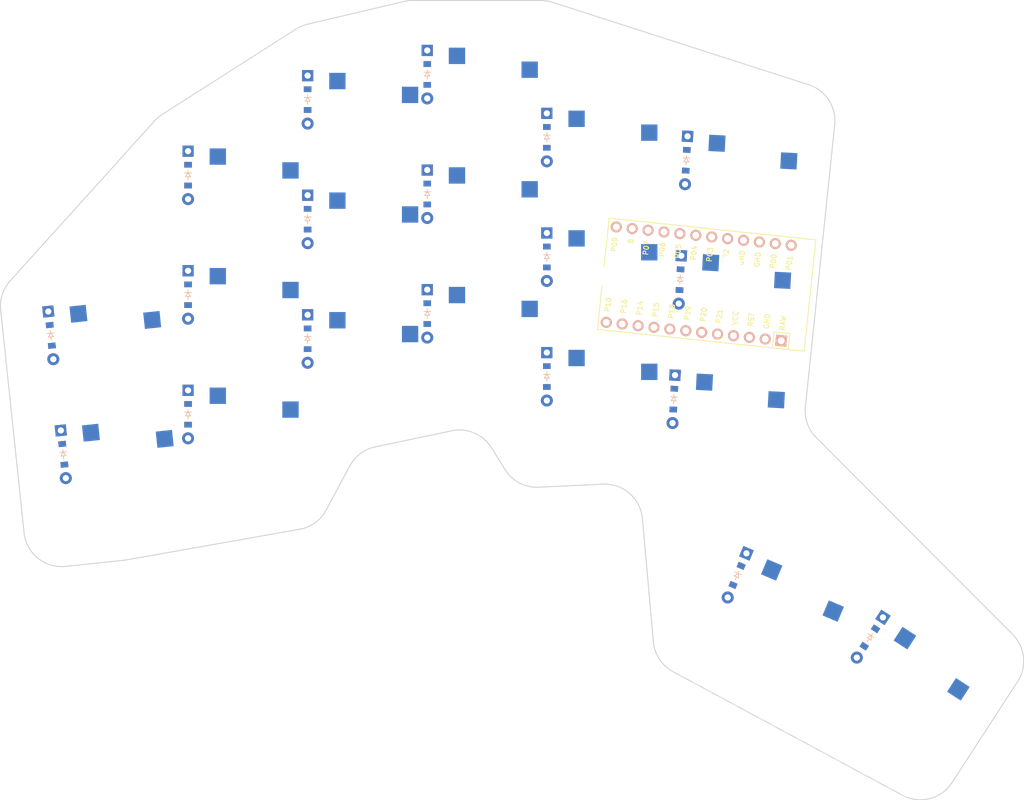
<source format=kicad_pcb>

            
(kicad_pcb (version 20171130) (host pcbnew 5.1.6)

  (page A3)
  (title_block
    (title left)
    (rev v1.0.0)
    (company Unknown)
  )

  (general
    (thickness 1.6)
  )

  (layers
    (0 F.Cu signal)
    (31 B.Cu signal)
    (32 B.Adhes user)
    (33 F.Adhes user)
    (34 B.Paste user)
    (35 F.Paste user)
    (36 B.SilkS user)
    (37 F.SilkS user)
    (38 B.Mask user)
    (39 F.Mask user)
    (40 Dwgs.User user)
    (41 Cmts.User user)
    (42 Eco1.User user)
    (43 Eco2.User user)
    (44 Edge.Cuts user)
    (45 Margin user)
    (46 B.CrtYd user)
    (47 F.CrtYd user)
    (48 B.Fab user)
    (49 F.Fab user)
  )

  (setup
    (last_trace_width 0.25)
    (trace_clearance 0.2)
    (zone_clearance 0.508)
    (zone_45_only no)
    (trace_min 0.2)
    (via_size 0.8)
    (via_drill 0.4)
    (via_min_size 0.4)
    (via_min_drill 0.3)
    (uvia_size 0.3)
    (uvia_drill 0.1)
    (uvias_allowed no)
    (uvia_min_size 0.2)
    (uvia_min_drill 0.1)
    (edge_width 0.05)
    (segment_width 0.2)
    (pcb_text_width 0.3)
    (pcb_text_size 1.5 1.5)
    (mod_edge_width 0.12)
    (mod_text_size 1 1)
    (mod_text_width 0.15)
    (pad_size 1.524 1.524)
    (pad_drill 0.762)
    (pad_to_mask_clearance 0.05)
    (aux_axis_origin 0 0)
    (visible_elements FFFFFF7F)
    (pcbplotparams
      (layerselection 0x010fc_ffffffff)
      (usegerberextensions false)
      (usegerberattributes true)
      (usegerberadvancedattributes true)
      (creategerberjobfile true)
      (excludeedgelayer true)
      (linewidth 0.100000)
      (plotframeref false)
      (viasonmask false)
      (mode 1)
      (useauxorigin false)
      (hpglpennumber 1)
      (hpglpenspeed 20)
      (hpglpendiameter 15.000000)
      (psnegative false)
      (psa4output false)
      (plotreference true)
      (plotvalue true)
      (plotinvisibletext false)
      (padsonsilk false)
      (subtractmaskfromsilk false)
      (outputformat 1)
      (mirror false)
      (drillshape 1)
      (scaleselection 1)
      (outputdirectory ""))
  )

            (net 0 "")
(net 1 "P3")
(net 2 "outer_bottom")
(net 3 "outer_home")
(net 4 "P4")
(net 5 "pinky_bottom")
(net 6 "pinky_home")
(net 7 "pinky_top")
(net 8 "P5")
(net 9 "ring_bottom")
(net 10 "ring_home")
(net 11 "ring_top")
(net 12 "P6")
(net 13 "middle_bottom")
(net 14 "middle_home")
(net 15 "middle_top")
(net 16 "P7")
(net 17 "index_bottom")
(net 18 "index_home")
(net 19 "index_top")
(net 20 "P8")
(net 21 "inner_bottom")
(net 22 "inner_home")
(net 23 "inner_top")
(net 24 "near_thumb")
(net 25 "P9")
(net 26 "home_thumb")
(net 27 "P15")
(net 28 "P14")
(net 29 "P16")
(net 30 "P10")
(net 31 "RAW")
(net 32 "GND")
(net 33 "RST")
(net 34 "VCC")
(net 35 "P21")
(net 36 "P20")
(net 37 "P19")
(net 38 "P18")
(net 39 "P1")
(net 40 "P0")
(net 41 "P2")
            
  (net_class Default "This is the default net class."
    (clearance 0.2)
    (trace_width 0.25)
    (via_dia 0.8)
    (via_drill 0.4)
    (uvia_dia 0.3)
    (uvia_drill 0.1)
    (add_net "")
(add_net "P3")
(add_net "outer_bottom")
(add_net "outer_home")
(add_net "P4")
(add_net "pinky_bottom")
(add_net "pinky_home")
(add_net "pinky_top")
(add_net "P5")
(add_net "ring_bottom")
(add_net "ring_home")
(add_net "ring_top")
(add_net "P6")
(add_net "middle_bottom")
(add_net "middle_home")
(add_net "middle_top")
(add_net "P7")
(add_net "index_bottom")
(add_net "index_home")
(add_net "index_top")
(add_net "P8")
(add_net "inner_bottom")
(add_net "inner_home")
(add_net "inner_top")
(add_net "near_thumb")
(add_net "P9")
(add_net "home_thumb")
(add_net "P15")
(add_net "P14")
(add_net "P16")
(add_net "P10")
(add_net "RAW")
(add_net "GND")
(add_net "RST")
(add_net "VCC")
(add_net "P21")
(add_net "P20")
(add_net "P19")
(add_net "P18")
(add_net "P1")
(add_net "P0")
(add_net "P2")
  )

            
        
      (module PG1350 (layer F.Cu) (tedit 5DD50112)
      (at 0 0 6)

      
      (fp_text reference "S1" (at 0 0) (layer F.SilkS) hide (effects (font (size 1.27 1.27) (thickness 0.15))))
      (fp_text value "" (at 0 0) (layer F.SilkS) hide (effects (font (size 1.27 1.27) (thickness 0.15))))

      
      (fp_line (start -7 -6) (end -7 -7) (layer Dwgs.User) (width 0.15))
      (fp_line (start -7 7) (end -6 7) (layer Dwgs.User) (width 0.15))
      (fp_line (start -6 -7) (end -7 -7) (layer Dwgs.User) (width 0.15))
      (fp_line (start -7 7) (end -7 6) (layer Dwgs.User) (width 0.15))
      (fp_line (start 7 6) (end 7 7) (layer Dwgs.User) (width 0.15))
      (fp_line (start 7 -7) (end 6 -7) (layer Dwgs.User) (width 0.15))
      (fp_line (start 6 7) (end 7 7) (layer Dwgs.User) (width 0.15))
      (fp_line (start 7 -7) (end 7 -6) (layer Dwgs.User) (width 0.15))      
      
      
      (pad "" np_thru_hole circle (at 0 0) (size 3.429 3.429) (drill 3.429) (layers *.Cu *.Mask))
        
      
      (pad "" np_thru_hole circle (at 5.5 0) (size 1.7018 1.7018) (drill 1.7018) (layers *.Cu *.Mask))
      (pad "" np_thru_hole circle (at -5.5 0) (size 1.7018 1.7018) (drill 1.7018) (layers *.Cu *.Mask))
      
        
      
      (fp_line (start -9 -8.5) (end 9 -8.5) (layer Dwgs.User) (width 0.15))
      (fp_line (start 9 -8.5) (end 9 8.5) (layer Dwgs.User) (width 0.15))
      (fp_line (start 9 8.5) (end -9 8.5) (layer Dwgs.User) (width 0.15))
      (fp_line (start -9 8.5) (end -9 -8.5) (layer Dwgs.User) (width 0.15))
      
        
          
          (pad "" np_thru_hole circle (at 5 -3.75) (size 3 3) (drill 3) (layers *.Cu *.Mask))
          (pad "" np_thru_hole circle (at 0 -5.95) (size 3 3) (drill 3) (layers *.Cu *.Mask))
      
          
          (pad 1 smd rect (at -3.275 -5.95 6) (size 2.6 2.6) (layers B.Cu B.Paste B.Mask)  (net 1 "P3"))
          (pad 2 smd rect (at 8.275 -3.75 6) (size 2.6 2.6) (layers B.Cu B.Paste B.Mask)  (net 2 "outer_bottom"))
        )
        

        
      (module PG1350 (layer F.Cu) (tedit 5DD50112)
      (at -1.9860408 -18.895916 6)

      
      (fp_text reference "S2" (at 0 0) (layer F.SilkS) hide (effects (font (size 1.27 1.27) (thickness 0.15))))
      (fp_text value "" (at 0 0) (layer F.SilkS) hide (effects (font (size 1.27 1.27) (thickness 0.15))))

      
      (fp_line (start -7 -6) (end -7 -7) (layer Dwgs.User) (width 0.15))
      (fp_line (start -7 7) (end -6 7) (layer Dwgs.User) (width 0.15))
      (fp_line (start -6 -7) (end -7 -7) (layer Dwgs.User) (width 0.15))
      (fp_line (start -7 7) (end -7 6) (layer Dwgs.User) (width 0.15))
      (fp_line (start 7 6) (end 7 7) (layer Dwgs.User) (width 0.15))
      (fp_line (start 7 -7) (end 6 -7) (layer Dwgs.User) (width 0.15))
      (fp_line (start 6 7) (end 7 7) (layer Dwgs.User) (width 0.15))
      (fp_line (start 7 -7) (end 7 -6) (layer Dwgs.User) (width 0.15))      
      
      
      (pad "" np_thru_hole circle (at 0 0) (size 3.429 3.429) (drill 3.429) (layers *.Cu *.Mask))
        
      
      (pad "" np_thru_hole circle (at 5.5 0) (size 1.7018 1.7018) (drill 1.7018) (layers *.Cu *.Mask))
      (pad "" np_thru_hole circle (at -5.5 0) (size 1.7018 1.7018) (drill 1.7018) (layers *.Cu *.Mask))
      
        
      
      (fp_line (start -9 -8.5) (end 9 -8.5) (layer Dwgs.User) (width 0.15))
      (fp_line (start 9 -8.5) (end 9 8.5) (layer Dwgs.User) (width 0.15))
      (fp_line (start 9 8.5) (end -9 8.5) (layer Dwgs.User) (width 0.15))
      (fp_line (start -9 8.5) (end -9 -8.5) (layer Dwgs.User) (width 0.15))
      
        
          
          (pad "" np_thru_hole circle (at 5 -3.75) (size 3 3) (drill 3) (layers *.Cu *.Mask))
          (pad "" np_thru_hole circle (at 0 -5.95) (size 3 3) (drill 3) (layers *.Cu *.Mask))
      
          
          (pad 1 smd rect (at -3.275 -5.95 6) (size 2.6 2.6) (layers B.Cu B.Paste B.Mask)  (net 1 "P3"))
          (pad 2 smd rect (at 8.275 -3.75 6) (size 2.6 2.6) (layers B.Cu B.Paste B.Mask)  (net 3 "outer_home"))
        )
        

        
      (module PG1350 (layer F.Cu) (tedit 5DD50112)
      (at 19.550477400000002 -5.4962671 0)

      
      (fp_text reference "S3" (at 0 0) (layer F.SilkS) hide (effects (font (size 1.27 1.27) (thickness 0.15))))
      (fp_text value "" (at 0 0) (layer F.SilkS) hide (effects (font (size 1.27 1.27) (thickness 0.15))))

      
      (fp_line (start -7 -6) (end -7 -7) (layer Dwgs.User) (width 0.15))
      (fp_line (start -7 7) (end -6 7) (layer Dwgs.User) (width 0.15))
      (fp_line (start -6 -7) (end -7 -7) (layer Dwgs.User) (width 0.15))
      (fp_line (start -7 7) (end -7 6) (layer Dwgs.User) (width 0.15))
      (fp_line (start 7 6) (end 7 7) (layer Dwgs.User) (width 0.15))
      (fp_line (start 7 -7) (end 6 -7) (layer Dwgs.User) (width 0.15))
      (fp_line (start 6 7) (end 7 7) (layer Dwgs.User) (width 0.15))
      (fp_line (start 7 -7) (end 7 -6) (layer Dwgs.User) (width 0.15))      
      
      
      (pad "" np_thru_hole circle (at 0 0) (size 3.429 3.429) (drill 3.429) (layers *.Cu *.Mask))
        
      
      (pad "" np_thru_hole circle (at 5.5 0) (size 1.7018 1.7018) (drill 1.7018) (layers *.Cu *.Mask))
      (pad "" np_thru_hole circle (at -5.5 0) (size 1.7018 1.7018) (drill 1.7018) (layers *.Cu *.Mask))
      
        
      
      (fp_line (start -9 -8.5) (end 9 -8.5) (layer Dwgs.User) (width 0.15))
      (fp_line (start 9 -8.5) (end 9 8.5) (layer Dwgs.User) (width 0.15))
      (fp_line (start 9 8.5) (end -9 8.5) (layer Dwgs.User) (width 0.15))
      (fp_line (start -9 8.5) (end -9 -8.5) (layer Dwgs.User) (width 0.15))
      
        
          
          (pad "" np_thru_hole circle (at 5 -3.75) (size 3 3) (drill 3) (layers *.Cu *.Mask))
          (pad "" np_thru_hole circle (at 0 -5.95) (size 3 3) (drill 3) (layers *.Cu *.Mask))
      
          
          (pad 1 smd rect (at -3.275 -5.95 0) (size 2.6 2.6) (layers B.Cu B.Paste B.Mask)  (net 4 "P4"))
          (pad 2 smd rect (at 8.275 -3.75 0) (size 2.6 2.6) (layers B.Cu B.Paste B.Mask)  (net 5 "pinky_bottom"))
        )
        

        
      (module PG1350 (layer F.Cu) (tedit 5DD50112)
      (at 19.550477400000002 -24.4962671 0)

      
      (fp_text reference "S4" (at 0 0) (layer F.SilkS) hide (effects (font (size 1.27 1.27) (thickness 0.15))))
      (fp_text value "" (at 0 0) (layer F.SilkS) hide (effects (font (size 1.27 1.27) (thickness 0.15))))

      
      (fp_line (start -7 -6) (end -7 -7) (layer Dwgs.User) (width 0.15))
      (fp_line (start -7 7) (end -6 7) (layer Dwgs.User) (width 0.15))
      (fp_line (start -6 -7) (end -7 -7) (layer Dwgs.User) (width 0.15))
      (fp_line (start -7 7) (end -7 6) (layer Dwgs.User) (width 0.15))
      (fp_line (start 7 6) (end 7 7) (layer Dwgs.User) (width 0.15))
      (fp_line (start 7 -7) (end 6 -7) (layer Dwgs.User) (width 0.15))
      (fp_line (start 6 7) (end 7 7) (layer Dwgs.User) (width 0.15))
      (fp_line (start 7 -7) (end 7 -6) (layer Dwgs.User) (width 0.15))      
      
      
      (pad "" np_thru_hole circle (at 0 0) (size 3.429 3.429) (drill 3.429) (layers *.Cu *.Mask))
        
      
      (pad "" np_thru_hole circle (at 5.5 0) (size 1.7018 1.7018) (drill 1.7018) (layers *.Cu *.Mask))
      (pad "" np_thru_hole circle (at -5.5 0) (size 1.7018 1.7018) (drill 1.7018) (layers *.Cu *.Mask))
      
        
      
      (fp_line (start -9 -8.5) (end 9 -8.5) (layer Dwgs.User) (width 0.15))
      (fp_line (start 9 -8.5) (end 9 8.5) (layer Dwgs.User) (width 0.15))
      (fp_line (start 9 8.5) (end -9 8.5) (layer Dwgs.User) (width 0.15))
      (fp_line (start -9 8.5) (end -9 -8.5) (layer Dwgs.User) (width 0.15))
      
        
          
          (pad "" np_thru_hole circle (at 5 -3.75) (size 3 3) (drill 3) (layers *.Cu *.Mask))
          (pad "" np_thru_hole circle (at 0 -5.95) (size 3 3) (drill 3) (layers *.Cu *.Mask))
      
          
          (pad 1 smd rect (at -3.275 -5.95 0) (size 2.6 2.6) (layers B.Cu B.Paste B.Mask)  (net 4 "P4"))
          (pad 2 smd rect (at 8.275 -3.75 0) (size 2.6 2.6) (layers B.Cu B.Paste B.Mask)  (net 6 "pinky_home"))
        )
        

        
      (module PG1350 (layer F.Cu) (tedit 5DD50112)
      (at 19.550477400000002 -43.4962671 0)

      
      (fp_text reference "S5" (at 0 0) (layer F.SilkS) hide (effects (font (size 1.27 1.27) (thickness 0.15))))
      (fp_text value "" (at 0 0) (layer F.SilkS) hide (effects (font (size 1.27 1.27) (thickness 0.15))))

      
      (fp_line (start -7 -6) (end -7 -7) (layer Dwgs.User) (width 0.15))
      (fp_line (start -7 7) (end -6 7) (layer Dwgs.User) (width 0.15))
      (fp_line (start -6 -7) (end -7 -7) (layer Dwgs.User) (width 0.15))
      (fp_line (start -7 7) (end -7 6) (layer Dwgs.User) (width 0.15))
      (fp_line (start 7 6) (end 7 7) (layer Dwgs.User) (width 0.15))
      (fp_line (start 7 -7) (end 6 -7) (layer Dwgs.User) (width 0.15))
      (fp_line (start 6 7) (end 7 7) (layer Dwgs.User) (width 0.15))
      (fp_line (start 7 -7) (end 7 -6) (layer Dwgs.User) (width 0.15))      
      
      
      (pad "" np_thru_hole circle (at 0 0) (size 3.429 3.429) (drill 3.429) (layers *.Cu *.Mask))
        
      
      (pad "" np_thru_hole circle (at 5.5 0) (size 1.7018 1.7018) (drill 1.7018) (layers *.Cu *.Mask))
      (pad "" np_thru_hole circle (at -5.5 0) (size 1.7018 1.7018) (drill 1.7018) (layers *.Cu *.Mask))
      
        
      
      (fp_line (start -9 -8.5) (end 9 -8.5) (layer Dwgs.User) (width 0.15))
      (fp_line (start 9 -8.5) (end 9 8.5) (layer Dwgs.User) (width 0.15))
      (fp_line (start 9 8.5) (end -9 8.5) (layer Dwgs.User) (width 0.15))
      (fp_line (start -9 8.5) (end -9 -8.5) (layer Dwgs.User) (width 0.15))
      
        
          
          (pad "" np_thru_hole circle (at 5 -3.75) (size 3 3) (drill 3) (layers *.Cu *.Mask))
          (pad "" np_thru_hole circle (at 0 -5.95) (size 3 3) (drill 3) (layers *.Cu *.Mask))
      
          
          (pad 1 smd rect (at -3.275 -5.95 0) (size 2.6 2.6) (layers B.Cu B.Paste B.Mask)  (net 4 "P4"))
          (pad 2 smd rect (at 8.275 -3.75 0) (size 2.6 2.6) (layers B.Cu B.Paste B.Mask)  (net 7 "pinky_top"))
        )
        

        
      (module PG1350 (layer F.Cu) (tedit 5DD50112)
      (at 38.5504773 -17.4962671 0)

      
      (fp_text reference "S6" (at 0 0) (layer F.SilkS) hide (effects (font (size 1.27 1.27) (thickness 0.15))))
      (fp_text value "" (at 0 0) (layer F.SilkS) hide (effects (font (size 1.27 1.27) (thickness 0.15))))

      
      (fp_line (start -7 -6) (end -7 -7) (layer Dwgs.User) (width 0.15))
      (fp_line (start -7 7) (end -6 7) (layer Dwgs.User) (width 0.15))
      (fp_line (start -6 -7) (end -7 -7) (layer Dwgs.User) (width 0.15))
      (fp_line (start -7 7) (end -7 6) (layer Dwgs.User) (width 0.15))
      (fp_line (start 7 6) (end 7 7) (layer Dwgs.User) (width 0.15))
      (fp_line (start 7 -7) (end 6 -7) (layer Dwgs.User) (width 0.15))
      (fp_line (start 6 7) (end 7 7) (layer Dwgs.User) (width 0.15))
      (fp_line (start 7 -7) (end 7 -6) (layer Dwgs.User) (width 0.15))      
      
      
      (pad "" np_thru_hole circle (at 0 0) (size 3.429 3.429) (drill 3.429) (layers *.Cu *.Mask))
        
      
      (pad "" np_thru_hole circle (at 5.5 0) (size 1.7018 1.7018) (drill 1.7018) (layers *.Cu *.Mask))
      (pad "" np_thru_hole circle (at -5.5 0) (size 1.7018 1.7018) (drill 1.7018) (layers *.Cu *.Mask))
      
        
      
      (fp_line (start -9 -8.5) (end 9 -8.5) (layer Dwgs.User) (width 0.15))
      (fp_line (start 9 -8.5) (end 9 8.5) (layer Dwgs.User) (width 0.15))
      (fp_line (start 9 8.5) (end -9 8.5) (layer Dwgs.User) (width 0.15))
      (fp_line (start -9 8.5) (end -9 -8.5) (layer Dwgs.User) (width 0.15))
      
        
          
          (pad "" np_thru_hole circle (at 5 -3.75) (size 3 3) (drill 3) (layers *.Cu *.Mask))
          (pad "" np_thru_hole circle (at 0 -5.95) (size 3 3) (drill 3) (layers *.Cu *.Mask))
      
          
          (pad 1 smd rect (at -3.275 -5.95 0) (size 2.6 2.6) (layers B.Cu B.Paste B.Mask)  (net 8 "P5"))
          (pad 2 smd rect (at 8.275 -3.75 0) (size 2.6 2.6) (layers B.Cu B.Paste B.Mask)  (net 9 "ring_bottom"))
        )
        

        
      (module PG1350 (layer F.Cu) (tedit 5DD50112)
      (at 38.5504773 -36.4962671 0)

      
      (fp_text reference "S7" (at 0 0) (layer F.SilkS) hide (effects (font (size 1.27 1.27) (thickness 0.15))))
      (fp_text value "" (at 0 0) (layer F.SilkS) hide (effects (font (size 1.27 1.27) (thickness 0.15))))

      
      (fp_line (start -7 -6) (end -7 -7) (layer Dwgs.User) (width 0.15))
      (fp_line (start -7 7) (end -6 7) (layer Dwgs.User) (width 0.15))
      (fp_line (start -6 -7) (end -7 -7) (layer Dwgs.User) (width 0.15))
      (fp_line (start -7 7) (end -7 6) (layer Dwgs.User) (width 0.15))
      (fp_line (start 7 6) (end 7 7) (layer Dwgs.User) (width 0.15))
      (fp_line (start 7 -7) (end 6 -7) (layer Dwgs.User) (width 0.15))
      (fp_line (start 6 7) (end 7 7) (layer Dwgs.User) (width 0.15))
      (fp_line (start 7 -7) (end 7 -6) (layer Dwgs.User) (width 0.15))      
      
      
      (pad "" np_thru_hole circle (at 0 0) (size 3.429 3.429) (drill 3.429) (layers *.Cu *.Mask))
        
      
      (pad "" np_thru_hole circle (at 5.5 0) (size 1.7018 1.7018) (drill 1.7018) (layers *.Cu *.Mask))
      (pad "" np_thru_hole circle (at -5.5 0) (size 1.7018 1.7018) (drill 1.7018) (layers *.Cu *.Mask))
      
        
      
      (fp_line (start -9 -8.5) (end 9 -8.5) (layer Dwgs.User) (width 0.15))
      (fp_line (start 9 -8.5) (end 9 8.5) (layer Dwgs.User) (width 0.15))
      (fp_line (start 9 8.5) (end -9 8.5) (layer Dwgs.User) (width 0.15))
      (fp_line (start -9 8.5) (end -9 -8.5) (layer Dwgs.User) (width 0.15))
      
        
          
          (pad "" np_thru_hole circle (at 5 -3.75) (size 3 3) (drill 3) (layers *.Cu *.Mask))
          (pad "" np_thru_hole circle (at 0 -5.95) (size 3 3) (drill 3) (layers *.Cu *.Mask))
      
          
          (pad 1 smd rect (at -3.275 -5.95 0) (size 2.6 2.6) (layers B.Cu B.Paste B.Mask)  (net 8 "P5"))
          (pad 2 smd rect (at 8.275 -3.75 0) (size 2.6 2.6) (layers B.Cu B.Paste B.Mask)  (net 10 "ring_home"))
        )
        

        
      (module PG1350 (layer F.Cu) (tedit 5DD50112)
      (at 38.5504773 -55.4962671 0)

      
      (fp_text reference "S8" (at 0 0) (layer F.SilkS) hide (effects (font (size 1.27 1.27) (thickness 0.15))))
      (fp_text value "" (at 0 0) (layer F.SilkS) hide (effects (font (size 1.27 1.27) (thickness 0.15))))

      
      (fp_line (start -7 -6) (end -7 -7) (layer Dwgs.User) (width 0.15))
      (fp_line (start -7 7) (end -6 7) (layer Dwgs.User) (width 0.15))
      (fp_line (start -6 -7) (end -7 -7) (layer Dwgs.User) (width 0.15))
      (fp_line (start -7 7) (end -7 6) (layer Dwgs.User) (width 0.15))
      (fp_line (start 7 6) (end 7 7) (layer Dwgs.User) (width 0.15))
      (fp_line (start 7 -7) (end 6 -7) (layer Dwgs.User) (width 0.15))
      (fp_line (start 6 7) (end 7 7) (layer Dwgs.User) (width 0.15))
      (fp_line (start 7 -7) (end 7 -6) (layer Dwgs.User) (width 0.15))      
      
      
      (pad "" np_thru_hole circle (at 0 0) (size 3.429 3.429) (drill 3.429) (layers *.Cu *.Mask))
        
      
      (pad "" np_thru_hole circle (at 5.5 0) (size 1.7018 1.7018) (drill 1.7018) (layers *.Cu *.Mask))
      (pad "" np_thru_hole circle (at -5.5 0) (size 1.7018 1.7018) (drill 1.7018) (layers *.Cu *.Mask))
      
        
      
      (fp_line (start -9 -8.5) (end 9 -8.5) (layer Dwgs.User) (width 0.15))
      (fp_line (start 9 -8.5) (end 9 8.5) (layer Dwgs.User) (width 0.15))
      (fp_line (start 9 8.5) (end -9 8.5) (layer Dwgs.User) (width 0.15))
      (fp_line (start -9 8.5) (end -9 -8.5) (layer Dwgs.User) (width 0.15))
      
        
          
          (pad "" np_thru_hole circle (at 5 -3.75) (size 3 3) (drill 3) (layers *.Cu *.Mask))
          (pad "" np_thru_hole circle (at 0 -5.95) (size 3 3) (drill 3) (layers *.Cu *.Mask))
      
          
          (pad 1 smd rect (at -3.275 -5.95 0) (size 2.6 2.6) (layers B.Cu B.Paste B.Mask)  (net 8 "P5"))
          (pad 2 smd rect (at 8.275 -3.75 0) (size 2.6 2.6) (layers B.Cu B.Paste B.Mask)  (net 11 "ring_top"))
        )
        

        
      (module PG1350 (layer F.Cu) (tedit 5DD50112)
      (at 57.5504773 -21.4962671 0)

      
      (fp_text reference "S9" (at 0 0) (layer F.SilkS) hide (effects (font (size 1.27 1.27) (thickness 0.15))))
      (fp_text value "" (at 0 0) (layer F.SilkS) hide (effects (font (size 1.27 1.27) (thickness 0.15))))

      
      (fp_line (start -7 -6) (end -7 -7) (layer Dwgs.User) (width 0.15))
      (fp_line (start -7 7) (end -6 7) (layer Dwgs.User) (width 0.15))
      (fp_line (start -6 -7) (end -7 -7) (layer Dwgs.User) (width 0.15))
      (fp_line (start -7 7) (end -7 6) (layer Dwgs.User) (width 0.15))
      (fp_line (start 7 6) (end 7 7) (layer Dwgs.User) (width 0.15))
      (fp_line (start 7 -7) (end 6 -7) (layer Dwgs.User) (width 0.15))
      (fp_line (start 6 7) (end 7 7) (layer Dwgs.User) (width 0.15))
      (fp_line (start 7 -7) (end 7 -6) (layer Dwgs.User) (width 0.15))      
      
      
      (pad "" np_thru_hole circle (at 0 0) (size 3.429 3.429) (drill 3.429) (layers *.Cu *.Mask))
        
      
      (pad "" np_thru_hole circle (at 5.5 0) (size 1.7018 1.7018) (drill 1.7018) (layers *.Cu *.Mask))
      (pad "" np_thru_hole circle (at -5.5 0) (size 1.7018 1.7018) (drill 1.7018) (layers *.Cu *.Mask))
      
        
      
      (fp_line (start -9 -8.5) (end 9 -8.5) (layer Dwgs.User) (width 0.15))
      (fp_line (start 9 -8.5) (end 9 8.5) (layer Dwgs.User) (width 0.15))
      (fp_line (start 9 8.5) (end -9 8.5) (layer Dwgs.User) (width 0.15))
      (fp_line (start -9 8.5) (end -9 -8.5) (layer Dwgs.User) (width 0.15))
      
        
          
          (pad "" np_thru_hole circle (at 5 -3.75) (size 3 3) (drill 3) (layers *.Cu *.Mask))
          (pad "" np_thru_hole circle (at 0 -5.95) (size 3 3) (drill 3) (layers *.Cu *.Mask))
      
          
          (pad 1 smd rect (at -3.275 -5.95 0) (size 2.6 2.6) (layers B.Cu B.Paste B.Mask)  (net 12 "P6"))
          (pad 2 smd rect (at 8.275 -3.75 0) (size 2.6 2.6) (layers B.Cu B.Paste B.Mask)  (net 13 "middle_bottom"))
        )
        

        
      (module PG1350 (layer F.Cu) (tedit 5DD50112)
      (at 57.5504773 -40.4962671 0)

      
      (fp_text reference "S10" (at 0 0) (layer F.SilkS) hide (effects (font (size 1.27 1.27) (thickness 0.15))))
      (fp_text value "" (at 0 0) (layer F.SilkS) hide (effects (font (size 1.27 1.27) (thickness 0.15))))

      
      (fp_line (start -7 -6) (end -7 -7) (layer Dwgs.User) (width 0.15))
      (fp_line (start -7 7) (end -6 7) (layer Dwgs.User) (width 0.15))
      (fp_line (start -6 -7) (end -7 -7) (layer Dwgs.User) (width 0.15))
      (fp_line (start -7 7) (end -7 6) (layer Dwgs.User) (width 0.15))
      (fp_line (start 7 6) (end 7 7) (layer Dwgs.User) (width 0.15))
      (fp_line (start 7 -7) (end 6 -7) (layer Dwgs.User) (width 0.15))
      (fp_line (start 6 7) (end 7 7) (layer Dwgs.User) (width 0.15))
      (fp_line (start 7 -7) (end 7 -6) (layer Dwgs.User) (width 0.15))      
      
      
      (pad "" np_thru_hole circle (at 0 0) (size 3.429 3.429) (drill 3.429) (layers *.Cu *.Mask))
        
      
      (pad "" np_thru_hole circle (at 5.5 0) (size 1.7018 1.7018) (drill 1.7018) (layers *.Cu *.Mask))
      (pad "" np_thru_hole circle (at -5.5 0) (size 1.7018 1.7018) (drill 1.7018) (layers *.Cu *.Mask))
      
        
      
      (fp_line (start -9 -8.5) (end 9 -8.5) (layer Dwgs.User) (width 0.15))
      (fp_line (start 9 -8.5) (end 9 8.5) (layer Dwgs.User) (width 0.15))
      (fp_line (start 9 8.5) (end -9 8.5) (layer Dwgs.User) (width 0.15))
      (fp_line (start -9 8.5) (end -9 -8.5) (layer Dwgs.User) (width 0.15))
      
        
          
          (pad "" np_thru_hole circle (at 5 -3.75) (size 3 3) (drill 3) (layers *.Cu *.Mask))
          (pad "" np_thru_hole circle (at 0 -5.95) (size 3 3) (drill 3) (layers *.Cu *.Mask))
      
          
          (pad 1 smd rect (at -3.275 -5.95 0) (size 2.6 2.6) (layers B.Cu B.Paste B.Mask)  (net 12 "P6"))
          (pad 2 smd rect (at 8.275 -3.75 0) (size 2.6 2.6) (layers B.Cu B.Paste B.Mask)  (net 14 "middle_home"))
        )
        

        
      (module PG1350 (layer F.Cu) (tedit 5DD50112)
      (at 57.5504773 -59.4962671 0)

      
      (fp_text reference "S11" (at 0 0) (layer F.SilkS) hide (effects (font (size 1.27 1.27) (thickness 0.15))))
      (fp_text value "" (at 0 0) (layer F.SilkS) hide (effects (font (size 1.27 1.27) (thickness 0.15))))

      
      (fp_line (start -7 -6) (end -7 -7) (layer Dwgs.User) (width 0.15))
      (fp_line (start -7 7) (end -6 7) (layer Dwgs.User) (width 0.15))
      (fp_line (start -6 -7) (end -7 -7) (layer Dwgs.User) (width 0.15))
      (fp_line (start -7 7) (end -7 6) (layer Dwgs.User) (width 0.15))
      (fp_line (start 7 6) (end 7 7) (layer Dwgs.User) (width 0.15))
      (fp_line (start 7 -7) (end 6 -7) (layer Dwgs.User) (width 0.15))
      (fp_line (start 6 7) (end 7 7) (layer Dwgs.User) (width 0.15))
      (fp_line (start 7 -7) (end 7 -6) (layer Dwgs.User) (width 0.15))      
      
      
      (pad "" np_thru_hole circle (at 0 0) (size 3.429 3.429) (drill 3.429) (layers *.Cu *.Mask))
        
      
      (pad "" np_thru_hole circle (at 5.5 0) (size 1.7018 1.7018) (drill 1.7018) (layers *.Cu *.Mask))
      (pad "" np_thru_hole circle (at -5.5 0) (size 1.7018 1.7018) (drill 1.7018) (layers *.Cu *.Mask))
      
        
      
      (fp_line (start -9 -8.5) (end 9 -8.5) (layer Dwgs.User) (width 0.15))
      (fp_line (start 9 -8.5) (end 9 8.5) (layer Dwgs.User) (width 0.15))
      (fp_line (start 9 8.5) (end -9 8.5) (layer Dwgs.User) (width 0.15))
      (fp_line (start -9 8.5) (end -9 -8.5) (layer Dwgs.User) (width 0.15))
      
        
          
          (pad "" np_thru_hole circle (at 5 -3.75) (size 3 3) (drill 3) (layers *.Cu *.Mask))
          (pad "" np_thru_hole circle (at 0 -5.95) (size 3 3) (drill 3) (layers *.Cu *.Mask))
      
          
          (pad 1 smd rect (at -3.275 -5.95 0) (size 2.6 2.6) (layers B.Cu B.Paste B.Mask)  (net 12 "P6"))
          (pad 2 smd rect (at 8.275 -3.75 0) (size 2.6 2.6) (layers B.Cu B.Paste B.Mask)  (net 15 "middle_top"))
        )
        

        
      (module PG1350 (layer F.Cu) (tedit 5DD50112)
      (at 76.5504773 -11.496267200000002 0)

      
      (fp_text reference "S12" (at 0 0) (layer F.SilkS) hide (effects (font (size 1.27 1.27) (thickness 0.15))))
      (fp_text value "" (at 0 0) (layer F.SilkS) hide (effects (font (size 1.27 1.27) (thickness 0.15))))

      
      (fp_line (start -7 -6) (end -7 -7) (layer Dwgs.User) (width 0.15))
      (fp_line (start -7 7) (end -6 7) (layer Dwgs.User) (width 0.15))
      (fp_line (start -6 -7) (end -7 -7) (layer Dwgs.User) (width 0.15))
      (fp_line (start -7 7) (end -7 6) (layer Dwgs.User) (width 0.15))
      (fp_line (start 7 6) (end 7 7) (layer Dwgs.User) (width 0.15))
      (fp_line (start 7 -7) (end 6 -7) (layer Dwgs.User) (width 0.15))
      (fp_line (start 6 7) (end 7 7) (layer Dwgs.User) (width 0.15))
      (fp_line (start 7 -7) (end 7 -6) (layer Dwgs.User) (width 0.15))      
      
      
      (pad "" np_thru_hole circle (at 0 0) (size 3.429 3.429) (drill 3.429) (layers *.Cu *.Mask))
        
      
      (pad "" np_thru_hole circle (at 5.5 0) (size 1.7018 1.7018) (drill 1.7018) (layers *.Cu *.Mask))
      (pad "" np_thru_hole circle (at -5.5 0) (size 1.7018 1.7018) (drill 1.7018) (layers *.Cu *.Mask))
      
        
      
      (fp_line (start -9 -8.5) (end 9 -8.5) (layer Dwgs.User) (width 0.15))
      (fp_line (start 9 -8.5) (end 9 8.5) (layer Dwgs.User) (width 0.15))
      (fp_line (start 9 8.5) (end -9 8.5) (layer Dwgs.User) (width 0.15))
      (fp_line (start -9 8.5) (end -9 -8.5) (layer Dwgs.User) (width 0.15))
      
        
          
          (pad "" np_thru_hole circle (at 5 -3.75) (size 3 3) (drill 3) (layers *.Cu *.Mask))
          (pad "" np_thru_hole circle (at 0 -5.95) (size 3 3) (drill 3) (layers *.Cu *.Mask))
      
          
          (pad 1 smd rect (at -3.275 -5.95 0) (size 2.6 2.6) (layers B.Cu B.Paste B.Mask)  (net 16 "P7"))
          (pad 2 smd rect (at 8.275 -3.75 0) (size 2.6 2.6) (layers B.Cu B.Paste B.Mask)  (net 17 "index_bottom"))
        )
        

        
      (module PG1350 (layer F.Cu) (tedit 5DD50112)
      (at 76.5504773 -30.496267200000002 0)

      
      (fp_text reference "S13" (at 0 0) (layer F.SilkS) hide (effects (font (size 1.27 1.27) (thickness 0.15))))
      (fp_text value "" (at 0 0) (layer F.SilkS) hide (effects (font (size 1.27 1.27) (thickness 0.15))))

      
      (fp_line (start -7 -6) (end -7 -7) (layer Dwgs.User) (width 0.15))
      (fp_line (start -7 7) (end -6 7) (layer Dwgs.User) (width 0.15))
      (fp_line (start -6 -7) (end -7 -7) (layer Dwgs.User) (width 0.15))
      (fp_line (start -7 7) (end -7 6) (layer Dwgs.User) (width 0.15))
      (fp_line (start 7 6) (end 7 7) (layer Dwgs.User) (width 0.15))
      (fp_line (start 7 -7) (end 6 -7) (layer Dwgs.User) (width 0.15))
      (fp_line (start 6 7) (end 7 7) (layer Dwgs.User) (width 0.15))
      (fp_line (start 7 -7) (end 7 -6) (layer Dwgs.User) (width 0.15))      
      
      
      (pad "" np_thru_hole circle (at 0 0) (size 3.429 3.429) (drill 3.429) (layers *.Cu *.Mask))
        
      
      (pad "" np_thru_hole circle (at 5.5 0) (size 1.7018 1.7018) (drill 1.7018) (layers *.Cu *.Mask))
      (pad "" np_thru_hole circle (at -5.5 0) (size 1.7018 1.7018) (drill 1.7018) (layers *.Cu *.Mask))
      
        
      
      (fp_line (start -9 -8.5) (end 9 -8.5) (layer Dwgs.User) (width 0.15))
      (fp_line (start 9 -8.5) (end 9 8.5) (layer Dwgs.User) (width 0.15))
      (fp_line (start 9 8.5) (end -9 8.5) (layer Dwgs.User) (width 0.15))
      (fp_line (start -9 8.5) (end -9 -8.5) (layer Dwgs.User) (width 0.15))
      
        
          
          (pad "" np_thru_hole circle (at 5 -3.75) (size 3 3) (drill 3) (layers *.Cu *.Mask))
          (pad "" np_thru_hole circle (at 0 -5.95) (size 3 3) (drill 3) (layers *.Cu *.Mask))
      
          
          (pad 1 smd rect (at -3.275 -5.95 0) (size 2.6 2.6) (layers B.Cu B.Paste B.Mask)  (net 16 "P7"))
          (pad 2 smd rect (at 8.275 -3.75 0) (size 2.6 2.6) (layers B.Cu B.Paste B.Mask)  (net 18 "index_home"))
        )
        

        
      (module PG1350 (layer F.Cu) (tedit 5DD50112)
      (at 76.5504773 -49.496267200000005 0)

      
      (fp_text reference "S14" (at 0 0) (layer F.SilkS) hide (effects (font (size 1.27 1.27) (thickness 0.15))))
      (fp_text value "" (at 0 0) (layer F.SilkS) hide (effects (font (size 1.27 1.27) (thickness 0.15))))

      
      (fp_line (start -7 -6) (end -7 -7) (layer Dwgs.User) (width 0.15))
      (fp_line (start -7 7) (end -6 7) (layer Dwgs.User) (width 0.15))
      (fp_line (start -6 -7) (end -7 -7) (layer Dwgs.User) (width 0.15))
      (fp_line (start -7 7) (end -7 6) (layer Dwgs.User) (width 0.15))
      (fp_line (start 7 6) (end 7 7) (layer Dwgs.User) (width 0.15))
      (fp_line (start 7 -7) (end 6 -7) (layer Dwgs.User) (width 0.15))
      (fp_line (start 6 7) (end 7 7) (layer Dwgs.User) (width 0.15))
      (fp_line (start 7 -7) (end 7 -6) (layer Dwgs.User) (width 0.15))      
      
      
      (pad "" np_thru_hole circle (at 0 0) (size 3.429 3.429) (drill 3.429) (layers *.Cu *.Mask))
        
      
      (pad "" np_thru_hole circle (at 5.5 0) (size 1.7018 1.7018) (drill 1.7018) (layers *.Cu *.Mask))
      (pad "" np_thru_hole circle (at -5.5 0) (size 1.7018 1.7018) (drill 1.7018) (layers *.Cu *.Mask))
      
        
      
      (fp_line (start -9 -8.5) (end 9 -8.5) (layer Dwgs.User) (width 0.15))
      (fp_line (start 9 -8.5) (end 9 8.5) (layer Dwgs.User) (width 0.15))
      (fp_line (start 9 8.5) (end -9 8.5) (layer Dwgs.User) (width 0.15))
      (fp_line (start -9 8.5) (end -9 -8.5) (layer Dwgs.User) (width 0.15))
      
        
          
          (pad "" np_thru_hole circle (at 5 -3.75) (size 3 3) (drill 3) (layers *.Cu *.Mask))
          (pad "" np_thru_hole circle (at 0 -5.95) (size 3 3) (drill 3) (layers *.Cu *.Mask))
      
          
          (pad 1 smd rect (at -3.275 -5.95 0) (size 2.6 2.6) (layers B.Cu B.Paste B.Mask)  (net 16 "P7"))
          (pad 2 smd rect (at 8.275 -3.75 0) (size 2.6 2.6) (layers B.Cu B.Paste B.Mask)  (net 19 "index_top"))
        )
        

        
      (module PG1350 (layer F.Cu) (tedit 5DD50112)
      (at 96.5504773 -7.4962671 -3)

      
      (fp_text reference "S15" (at 0 0) (layer F.SilkS) hide (effects (font (size 1.27 1.27) (thickness 0.15))))
      (fp_text value "" (at 0 0) (layer F.SilkS) hide (effects (font (size 1.27 1.27) (thickness 0.15))))

      
      (fp_line (start -7 -6) (end -7 -7) (layer Dwgs.User) (width 0.15))
      (fp_line (start -7 7) (end -6 7) (layer Dwgs.User) (width 0.15))
      (fp_line (start -6 -7) (end -7 -7) (layer Dwgs.User) (width 0.15))
      (fp_line (start -7 7) (end -7 6) (layer Dwgs.User) (width 0.15))
      (fp_line (start 7 6) (end 7 7) (layer Dwgs.User) (width 0.15))
      (fp_line (start 7 -7) (end 6 -7) (layer Dwgs.User) (width 0.15))
      (fp_line (start 6 7) (end 7 7) (layer Dwgs.User) (width 0.15))
      (fp_line (start 7 -7) (end 7 -6) (layer Dwgs.User) (width 0.15))      
      
      
      (pad "" np_thru_hole circle (at 0 0) (size 3.429 3.429) (drill 3.429) (layers *.Cu *.Mask))
        
      
      (pad "" np_thru_hole circle (at 5.5 0) (size 1.7018 1.7018) (drill 1.7018) (layers *.Cu *.Mask))
      (pad "" np_thru_hole circle (at -5.5 0) (size 1.7018 1.7018) (drill 1.7018) (layers *.Cu *.Mask))
      
        
      
      (fp_line (start -9 -8.5) (end 9 -8.5) (layer Dwgs.User) (width 0.15))
      (fp_line (start 9 -8.5) (end 9 8.5) (layer Dwgs.User) (width 0.15))
      (fp_line (start 9 8.5) (end -9 8.5) (layer Dwgs.User) (width 0.15))
      (fp_line (start -9 8.5) (end -9 -8.5) (layer Dwgs.User) (width 0.15))
      
        
          
          (pad "" np_thru_hole circle (at 5 -3.75) (size 3 3) (drill 3) (layers *.Cu *.Mask))
          (pad "" np_thru_hole circle (at 0 -5.95) (size 3 3) (drill 3) (layers *.Cu *.Mask))
      
          
          (pad 1 smd rect (at -3.275 -5.95 -3) (size 2.6 2.6) (layers B.Cu B.Paste B.Mask)  (net 20 "P8"))
          (pad 2 smd rect (at 8.275 -3.75 -3) (size 2.6 2.6) (layers B.Cu B.Paste B.Mask)  (net 21 "inner_bottom"))
        )
        

        
      (module PG1350 (layer F.Cu) (tedit 5DD50112)
      (at 97.5448605 -26.470228300000002 -3)

      
      (fp_text reference "S16" (at 0 0) (layer F.SilkS) hide (effects (font (size 1.27 1.27) (thickness 0.15))))
      (fp_text value "" (at 0 0) (layer F.SilkS) hide (effects (font (size 1.27 1.27) (thickness 0.15))))

      
      (fp_line (start -7 -6) (end -7 -7) (layer Dwgs.User) (width 0.15))
      (fp_line (start -7 7) (end -6 7) (layer Dwgs.User) (width 0.15))
      (fp_line (start -6 -7) (end -7 -7) (layer Dwgs.User) (width 0.15))
      (fp_line (start -7 7) (end -7 6) (layer Dwgs.User) (width 0.15))
      (fp_line (start 7 6) (end 7 7) (layer Dwgs.User) (width 0.15))
      (fp_line (start 7 -7) (end 6 -7) (layer Dwgs.User) (width 0.15))
      (fp_line (start 6 7) (end 7 7) (layer Dwgs.User) (width 0.15))
      (fp_line (start 7 -7) (end 7 -6) (layer Dwgs.User) (width 0.15))      
      
      
      (pad "" np_thru_hole circle (at 0 0) (size 3.429 3.429) (drill 3.429) (layers *.Cu *.Mask))
        
      
      (pad "" np_thru_hole circle (at 5.5 0) (size 1.7018 1.7018) (drill 1.7018) (layers *.Cu *.Mask))
      (pad "" np_thru_hole circle (at -5.5 0) (size 1.7018 1.7018) (drill 1.7018) (layers *.Cu *.Mask))
      
        
      
      (fp_line (start -9 -8.5) (end 9 -8.5) (layer Dwgs.User) (width 0.15))
      (fp_line (start 9 -8.5) (end 9 8.5) (layer Dwgs.User) (width 0.15))
      (fp_line (start 9 8.5) (end -9 8.5) (layer Dwgs.User) (width 0.15))
      (fp_line (start -9 8.5) (end -9 -8.5) (layer Dwgs.User) (width 0.15))
      
        
          
          (pad "" np_thru_hole circle (at 5 -3.75) (size 3 3) (drill 3) (layers *.Cu *.Mask))
          (pad "" np_thru_hole circle (at 0 -5.95) (size 3 3) (drill 3) (layers *.Cu *.Mask))
      
          
          (pad 1 smd rect (at -3.275 -5.95 -3) (size 2.6 2.6) (layers B.Cu B.Paste B.Mask)  (net 20 "P8"))
          (pad 2 smd rect (at 8.275 -3.75 -3) (size 2.6 2.6) (layers B.Cu B.Paste B.Mask)  (net 22 "inner_home"))
        )
        

        
      (module PG1350 (layer F.Cu) (tedit 5DD50112)
      (at 98.5392437 -45.44418950000001 -3)

      
      (fp_text reference "S17" (at 0 0) (layer F.SilkS) hide (effects (font (size 1.27 1.27) (thickness 0.15))))
      (fp_text value "" (at 0 0) (layer F.SilkS) hide (effects (font (size 1.27 1.27) (thickness 0.15))))

      
      (fp_line (start -7 -6) (end -7 -7) (layer Dwgs.User) (width 0.15))
      (fp_line (start -7 7) (end -6 7) (layer Dwgs.User) (width 0.15))
      (fp_line (start -6 -7) (end -7 -7) (layer Dwgs.User) (width 0.15))
      (fp_line (start -7 7) (end -7 6) (layer Dwgs.User) (width 0.15))
      (fp_line (start 7 6) (end 7 7) (layer Dwgs.User) (width 0.15))
      (fp_line (start 7 -7) (end 6 -7) (layer Dwgs.User) (width 0.15))
      (fp_line (start 6 7) (end 7 7) (layer Dwgs.User) (width 0.15))
      (fp_line (start 7 -7) (end 7 -6) (layer Dwgs.User) (width 0.15))      
      
      
      (pad "" np_thru_hole circle (at 0 0) (size 3.429 3.429) (drill 3.429) (layers *.Cu *.Mask))
        
      
      (pad "" np_thru_hole circle (at 5.5 0) (size 1.7018 1.7018) (drill 1.7018) (layers *.Cu *.Mask))
      (pad "" np_thru_hole circle (at -5.5 0) (size 1.7018 1.7018) (drill 1.7018) (layers *.Cu *.Mask))
      
        
      
      (fp_line (start -9 -8.5) (end 9 -8.5) (layer Dwgs.User) (width 0.15))
      (fp_line (start 9 -8.5) (end 9 8.5) (layer Dwgs.User) (width 0.15))
      (fp_line (start 9 8.5) (end -9 8.5) (layer Dwgs.User) (width 0.15))
      (fp_line (start -9 8.5) (end -9 -8.5) (layer Dwgs.User) (width 0.15))
      
        
          
          (pad "" np_thru_hole circle (at 5 -3.75) (size 3 3) (drill 3) (layers *.Cu *.Mask))
          (pad "" np_thru_hole circle (at 0 -5.95) (size 3 3) (drill 3) (layers *.Cu *.Mask))
      
          
          (pad 1 smd rect (at -3.275 -5.95 -3) (size 2.6 2.6) (layers B.Cu B.Paste B.Mask)  (net 20 "P8"))
          (pad 2 smd rect (at 8.275 -3.75 -3) (size 2.6 2.6) (layers B.Cu B.Paste B.Mask)  (net 23 "inner_top"))
        )
        

        
      (module PG1350 (layer F.Cu) (tedit 5DD50112)
      (at 104.96669399999999 22.985978499999998 -23)

      
      (fp_text reference "S18" (at 0 0) (layer F.SilkS) hide (effects (font (size 1.27 1.27) (thickness 0.15))))
      (fp_text value "" (at 0 0) (layer F.SilkS) hide (effects (font (size 1.27 1.27) (thickness 0.15))))

      
      (fp_line (start -7 -6) (end -7 -7) (layer Dwgs.User) (width 0.15))
      (fp_line (start -7 7) (end -6 7) (layer Dwgs.User) (width 0.15))
      (fp_line (start -6 -7) (end -7 -7) (layer Dwgs.User) (width 0.15))
      (fp_line (start -7 7) (end -7 6) (layer Dwgs.User) (width 0.15))
      (fp_line (start 7 6) (end 7 7) (layer Dwgs.User) (width 0.15))
      (fp_line (start 7 -7) (end 6 -7) (layer Dwgs.User) (width 0.15))
      (fp_line (start 6 7) (end 7 7) (layer Dwgs.User) (width 0.15))
      (fp_line (start 7 -7) (end 7 -6) (layer Dwgs.User) (width 0.15))      
      
      
      (pad "" np_thru_hole circle (at 0 0) (size 3.429 3.429) (drill 3.429) (layers *.Cu *.Mask))
        
      
      (pad "" np_thru_hole circle (at 5.5 0) (size 1.7018 1.7018) (drill 1.7018) (layers *.Cu *.Mask))
      (pad "" np_thru_hole circle (at -5.5 0) (size 1.7018 1.7018) (drill 1.7018) (layers *.Cu *.Mask))
      
        
      
      (fp_line (start -9 -8.5) (end 9 -8.5) (layer Dwgs.User) (width 0.15))
      (fp_line (start 9 -8.5) (end 9 8.5) (layer Dwgs.User) (width 0.15))
      (fp_line (start 9 8.5) (end -9 8.5) (layer Dwgs.User) (width 0.15))
      (fp_line (start -9 8.5) (end -9 -8.5) (layer Dwgs.User) (width 0.15))
      
        
          
          (pad "" np_thru_hole circle (at 5 -3.75) (size 3 3) (drill 3) (layers *.Cu *.Mask))
          (pad "" np_thru_hole circle (at 0 -5.95) (size 3 3) (drill 3) (layers *.Cu *.Mask))
      
          
          (pad 1 smd rect (at -3.275 -5.95 -23) (size 2.6 2.6) (layers B.Cu B.Paste B.Mask)  (net 20 "P8"))
          (pad 2 smd rect (at 8.275 -3.75 -23) (size 2.6 2.6) (layers B.Cu B.Paste B.Mask)  (net 24 "near_thumb"))
        )
        

        
      (module PG1350 (layer F.Cu) (tedit 5DD50112)
      (at 124.9510404 33.833941499999995 -33)

      
      (fp_text reference "S19" (at 0 0) (layer F.SilkS) hide (effects (font (size 1.27 1.27) (thickness 0.15))))
      (fp_text value "" (at 0 0) (layer F.SilkS) hide (effects (font (size 1.27 1.27) (thickness 0.15))))

      
      (fp_line (start -7 -6) (end -7 -7) (layer Dwgs.User) (width 0.15))
      (fp_line (start -7 7) (end -6 7) (layer Dwgs.User) (width 0.15))
      (fp_line (start -6 -7) (end -7 -7) (layer Dwgs.User) (width 0.15))
      (fp_line (start -7 7) (end -7 6) (layer Dwgs.User) (width 0.15))
      (fp_line (start 7 6) (end 7 7) (layer Dwgs.User) (width 0.15))
      (fp_line (start 7 -7) (end 6 -7) (layer Dwgs.User) (width 0.15))
      (fp_line (start 6 7) (end 7 7) (layer Dwgs.User) (width 0.15))
      (fp_line (start 7 -7) (end 7 -6) (layer Dwgs.User) (width 0.15))      
      
      
      (pad "" np_thru_hole circle (at 0 0) (size 3.429 3.429) (drill 3.429) (layers *.Cu *.Mask))
        
      
      (pad "" np_thru_hole circle (at 5.5 0) (size 1.7018 1.7018) (drill 1.7018) (layers *.Cu *.Mask))
      (pad "" np_thru_hole circle (at -5.5 0) (size 1.7018 1.7018) (drill 1.7018) (layers *.Cu *.Mask))
      
        
      
      (fp_line (start -9 -8.5) (end 9 -8.5) (layer Dwgs.User) (width 0.15))
      (fp_line (start 9 -8.5) (end 9 8.5) (layer Dwgs.User) (width 0.15))
      (fp_line (start 9 8.5) (end -9 8.5) (layer Dwgs.User) (width 0.15))
      (fp_line (start -9 8.5) (end -9 -8.5) (layer Dwgs.User) (width 0.15))
      
        
          
          (pad "" np_thru_hole circle (at 5 -3.75) (size 3 3) (drill 3) (layers *.Cu *.Mask))
          (pad "" np_thru_hole circle (at 0 -5.95) (size 3 3) (drill 3) (layers *.Cu *.Mask))
      
          
          (pad 1 smd rect (at -3.275 -5.95 -33) (size 2.6 2.6) (layers B.Cu B.Paste B.Mask)  (net 25 "P9"))
          (pad 2 smd rect (at 8.275 -3.75 -33) (size 2.6 2.6) (layers B.Cu B.Paste B.Mask)  (net 26 "home_thumb"))
        )
        

  
    (module ComboDiode (layer F.Cu) (tedit 5B24D78E)


        (at -8.2697606 -2.147338 -84)

        
        (fp_text reference "D1" (at 0 0) (layer F.SilkS) hide (effects (font (size 1.27 1.27) (thickness 0.15))))
        (fp_text value "" (at 0 0) (layer F.SilkS) hide (effects (font (size 1.27 1.27) (thickness 0.15))))
        
        
        (fp_line (start 0.25 0) (end 0.75 0) (layer F.SilkS) (width 0.1))
        (fp_line (start 0.25 0.4) (end -0.35 0) (layer F.SilkS) (width 0.1))
        (fp_line (start 0.25 -0.4) (end 0.25 0.4) (layer F.SilkS) (width 0.1))
        (fp_line (start -0.35 0) (end 0.25 -0.4) (layer F.SilkS) (width 0.1))
        (fp_line (start -0.35 0) (end -0.35 0.55) (layer F.SilkS) (width 0.1))
        (fp_line (start -0.35 0) (end -0.35 -0.55) (layer F.SilkS) (width 0.1))
        (fp_line (start -0.75 0) (end -0.35 0) (layer F.SilkS) (width 0.1))
        (fp_line (start 0.25 0) (end 0.75 0) (layer B.SilkS) (width 0.1))
        (fp_line (start 0.25 0.4) (end -0.35 0) (layer B.SilkS) (width 0.1))
        (fp_line (start 0.25 -0.4) (end 0.25 0.4) (layer B.SilkS) (width 0.1))
        (fp_line (start -0.35 0) (end 0.25 -0.4) (layer B.SilkS) (width 0.1))
        (fp_line (start -0.35 0) (end -0.35 0.55) (layer B.SilkS) (width 0.1))
        (fp_line (start -0.35 0) (end -0.35 -0.55) (layer B.SilkS) (width 0.1))
        (fp_line (start -0.75 0) (end -0.35 0) (layer B.SilkS) (width 0.1))
    
        
        (pad 1 smd rect (at -1.65 0 -84) (size 0.9 1.2) (layers F.Cu F.Paste F.Mask) (net 27 "P15"))
        (pad 2 smd rect (at 1.65 0 -84) (size 0.9 1.2) (layers B.Cu B.Paste B.Mask) (net 2 "outer_bottom"))
        (pad 1 smd rect (at -1.65 0 -84) (size 0.9 1.2) (layers B.Cu B.Paste B.Mask) (net 27 "P15"))
        (pad 2 smd rect (at 1.65 0 -84) (size 0.9 1.2) (layers F.Cu F.Paste F.Mask) (net 2 "outer_bottom"))
        
        
        (pad 1 thru_hole rect (at -3.81 0 -84) (size 1.778 1.778) (drill 0.9906) (layers *.Cu *.Mask) (net 27 "P15"))
        (pad 2 thru_hole circle (at 3.81 0 -84) (size 1.905 1.905) (drill 0.9906) (layers *.Cu *.Mask) (net 2 "outer_bottom"))
    )
  
    

  
    (module ComboDiode (layer F.Cu) (tedit 5B24D78E)


        (at -10.2558014 -21.043254 -84)

        
        (fp_text reference "D2" (at 0 0) (layer F.SilkS) hide (effects (font (size 1.27 1.27) (thickness 0.15))))
        (fp_text value "" (at 0 0) (layer F.SilkS) hide (effects (font (size 1.27 1.27) (thickness 0.15))))
        
        
        (fp_line (start 0.25 0) (end 0.75 0) (layer F.SilkS) (width 0.1))
        (fp_line (start 0.25 0.4) (end -0.35 0) (layer F.SilkS) (width 0.1))
        (fp_line (start 0.25 -0.4) (end 0.25 0.4) (layer F.SilkS) (width 0.1))
        (fp_line (start -0.35 0) (end 0.25 -0.4) (layer F.SilkS) (width 0.1))
        (fp_line (start -0.35 0) (end -0.35 0.55) (layer F.SilkS) (width 0.1))
        (fp_line (start -0.35 0) (end -0.35 -0.55) (layer F.SilkS) (width 0.1))
        (fp_line (start -0.75 0) (end -0.35 0) (layer F.SilkS) (width 0.1))
        (fp_line (start 0.25 0) (end 0.75 0) (layer B.SilkS) (width 0.1))
        (fp_line (start 0.25 0.4) (end -0.35 0) (layer B.SilkS) (width 0.1))
        (fp_line (start 0.25 -0.4) (end 0.25 0.4) (layer B.SilkS) (width 0.1))
        (fp_line (start -0.35 0) (end 0.25 -0.4) (layer B.SilkS) (width 0.1))
        (fp_line (start -0.35 0) (end -0.35 0.55) (layer B.SilkS) (width 0.1))
        (fp_line (start -0.35 0) (end -0.35 -0.55) (layer B.SilkS) (width 0.1))
        (fp_line (start -0.75 0) (end -0.35 0) (layer B.SilkS) (width 0.1))
    
        
        (pad 1 smd rect (at -1.65 0 -84) (size 0.9 1.2) (layers F.Cu F.Paste F.Mask) (net 28 "P14"))
        (pad 2 smd rect (at 1.65 0 -84) (size 0.9 1.2) (layers B.Cu B.Paste B.Mask) (net 3 "outer_home"))
        (pad 1 smd rect (at -1.65 0 -84) (size 0.9 1.2) (layers B.Cu B.Paste B.Mask) (net 28 "P14"))
        (pad 2 smd rect (at 1.65 0 -84) (size 0.9 1.2) (layers F.Cu F.Paste F.Mask) (net 3 "outer_home"))
        
        
        (pad 1 thru_hole rect (at -3.81 0 -84) (size 1.778 1.778) (drill 0.9906) (layers *.Cu *.Mask) (net 28 "P14"))
        (pad 2 thru_hole circle (at 3.81 0 -84) (size 1.905 1.905) (drill 0.9906) (layers *.Cu *.Mask) (net 3 "outer_home"))
    )
  
    

  
    (module ComboDiode (layer F.Cu) (tedit 5B24D78E)


        (at 11.550477400000002 -8.4962671 -90)

        
        (fp_text reference "D3" (at 0 0) (layer F.SilkS) hide (effects (font (size 1.27 1.27) (thickness 0.15))))
        (fp_text value "" (at 0 0) (layer F.SilkS) hide (effects (font (size 1.27 1.27) (thickness 0.15))))
        
        
        (fp_line (start 0.25 0) (end 0.75 0) (layer F.SilkS) (width 0.1))
        (fp_line (start 0.25 0.4) (end -0.35 0) (layer F.SilkS) (width 0.1))
        (fp_line (start 0.25 -0.4) (end 0.25 0.4) (layer F.SilkS) (width 0.1))
        (fp_line (start -0.35 0) (end 0.25 -0.4) (layer F.SilkS) (width 0.1))
        (fp_line (start -0.35 0) (end -0.35 0.55) (layer F.SilkS) (width 0.1))
        (fp_line (start -0.35 0) (end -0.35 -0.55) (layer F.SilkS) (width 0.1))
        (fp_line (start -0.75 0) (end -0.35 0) (layer F.SilkS) (width 0.1))
        (fp_line (start 0.25 0) (end 0.75 0) (layer B.SilkS) (width 0.1))
        (fp_line (start 0.25 0.4) (end -0.35 0) (layer B.SilkS) (width 0.1))
        (fp_line (start 0.25 -0.4) (end 0.25 0.4) (layer B.SilkS) (width 0.1))
        (fp_line (start -0.35 0) (end 0.25 -0.4) (layer B.SilkS) (width 0.1))
        (fp_line (start -0.35 0) (end -0.35 0.55) (layer B.SilkS) (width 0.1))
        (fp_line (start -0.35 0) (end -0.35 -0.55) (layer B.SilkS) (width 0.1))
        (fp_line (start -0.75 0) (end -0.35 0) (layer B.SilkS) (width 0.1))
    
        
        (pad 1 smd rect (at -1.65 0 -90) (size 0.9 1.2) (layers F.Cu F.Paste F.Mask) (net 27 "P15"))
        (pad 2 smd rect (at 1.65 0 -90) (size 0.9 1.2) (layers B.Cu B.Paste B.Mask) (net 5 "pinky_bottom"))
        (pad 1 smd rect (at -1.65 0 -90) (size 0.9 1.2) (layers B.Cu B.Paste B.Mask) (net 27 "P15"))
        (pad 2 smd rect (at 1.65 0 -90) (size 0.9 1.2) (layers F.Cu F.Paste F.Mask) (net 5 "pinky_bottom"))
        
        
        (pad 1 thru_hole rect (at -3.81 0 -90) (size 1.778 1.778) (drill 0.9906) (layers *.Cu *.Mask) (net 27 "P15"))
        (pad 2 thru_hole circle (at 3.81 0 -90) (size 1.905 1.905) (drill 0.9906) (layers *.Cu *.Mask) (net 5 "pinky_bottom"))
    )
  
    

  
    (module ComboDiode (layer F.Cu) (tedit 5B24D78E)


        (at 11.550477400000002 -27.4962671 -90)

        
        (fp_text reference "D4" (at 0 0) (layer F.SilkS) hide (effects (font (size 1.27 1.27) (thickness 0.15))))
        (fp_text value "" (at 0 0) (layer F.SilkS) hide (effects (font (size 1.27 1.27) (thickness 0.15))))
        
        
        (fp_line (start 0.25 0) (end 0.75 0) (layer F.SilkS) (width 0.1))
        (fp_line (start 0.25 0.4) (end -0.35 0) (layer F.SilkS) (width 0.1))
        (fp_line (start 0.25 -0.4) (end 0.25 0.4) (layer F.SilkS) (width 0.1))
        (fp_line (start -0.35 0) (end 0.25 -0.4) (layer F.SilkS) (width 0.1))
        (fp_line (start -0.35 0) (end -0.35 0.55) (layer F.SilkS) (width 0.1))
        (fp_line (start -0.35 0) (end -0.35 -0.55) (layer F.SilkS) (width 0.1))
        (fp_line (start -0.75 0) (end -0.35 0) (layer F.SilkS) (width 0.1))
        (fp_line (start 0.25 0) (end 0.75 0) (layer B.SilkS) (width 0.1))
        (fp_line (start 0.25 0.4) (end -0.35 0) (layer B.SilkS) (width 0.1))
        (fp_line (start 0.25 -0.4) (end 0.25 0.4) (layer B.SilkS) (width 0.1))
        (fp_line (start -0.35 0) (end 0.25 -0.4) (layer B.SilkS) (width 0.1))
        (fp_line (start -0.35 0) (end -0.35 0.55) (layer B.SilkS) (width 0.1))
        (fp_line (start -0.35 0) (end -0.35 -0.55) (layer B.SilkS) (width 0.1))
        (fp_line (start -0.75 0) (end -0.35 0) (layer B.SilkS) (width 0.1))
    
        
        (pad 1 smd rect (at -1.65 0 -90) (size 0.9 1.2) (layers F.Cu F.Paste F.Mask) (net 28 "P14"))
        (pad 2 smd rect (at 1.65 0 -90) (size 0.9 1.2) (layers B.Cu B.Paste B.Mask) (net 6 "pinky_home"))
        (pad 1 smd rect (at -1.65 0 -90) (size 0.9 1.2) (layers B.Cu B.Paste B.Mask) (net 28 "P14"))
        (pad 2 smd rect (at 1.65 0 -90) (size 0.9 1.2) (layers F.Cu F.Paste F.Mask) (net 6 "pinky_home"))
        
        
        (pad 1 thru_hole rect (at -3.81 0 -90) (size 1.778 1.778) (drill 0.9906) (layers *.Cu *.Mask) (net 28 "P14"))
        (pad 2 thru_hole circle (at 3.81 0 -90) (size 1.905 1.905) (drill 0.9906) (layers *.Cu *.Mask) (net 6 "pinky_home"))
    )
  
    

  
    (module ComboDiode (layer F.Cu) (tedit 5B24D78E)


        (at 11.550477400000002 -46.4962671 -90)

        
        (fp_text reference "D5" (at 0 0) (layer F.SilkS) hide (effects (font (size 1.27 1.27) (thickness 0.15))))
        (fp_text value "" (at 0 0) (layer F.SilkS) hide (effects (font (size 1.27 1.27) (thickness 0.15))))
        
        
        (fp_line (start 0.25 0) (end 0.75 0) (layer F.SilkS) (width 0.1))
        (fp_line (start 0.25 0.4) (end -0.35 0) (layer F.SilkS) (width 0.1))
        (fp_line (start 0.25 -0.4) (end 0.25 0.4) (layer F.SilkS) (width 0.1))
        (fp_line (start -0.35 0) (end 0.25 -0.4) (layer F.SilkS) (width 0.1))
        (fp_line (start -0.35 0) (end -0.35 0.55) (layer F.SilkS) (width 0.1))
        (fp_line (start -0.35 0) (end -0.35 -0.55) (layer F.SilkS) (width 0.1))
        (fp_line (start -0.75 0) (end -0.35 0) (layer F.SilkS) (width 0.1))
        (fp_line (start 0.25 0) (end 0.75 0) (layer B.SilkS) (width 0.1))
        (fp_line (start 0.25 0.4) (end -0.35 0) (layer B.SilkS) (width 0.1))
        (fp_line (start 0.25 -0.4) (end 0.25 0.4) (layer B.SilkS) (width 0.1))
        (fp_line (start -0.35 0) (end 0.25 -0.4) (layer B.SilkS) (width 0.1))
        (fp_line (start -0.35 0) (end -0.35 0.55) (layer B.SilkS) (width 0.1))
        (fp_line (start -0.35 0) (end -0.35 -0.55) (layer B.SilkS) (width 0.1))
        (fp_line (start -0.75 0) (end -0.35 0) (layer B.SilkS) (width 0.1))
    
        
        (pad 1 smd rect (at -1.65 0 -90) (size 0.9 1.2) (layers F.Cu F.Paste F.Mask) (net 29 "P16"))
        (pad 2 smd rect (at 1.65 0 -90) (size 0.9 1.2) (layers B.Cu B.Paste B.Mask) (net 7 "pinky_top"))
        (pad 1 smd rect (at -1.65 0 -90) (size 0.9 1.2) (layers B.Cu B.Paste B.Mask) (net 29 "P16"))
        (pad 2 smd rect (at 1.65 0 -90) (size 0.9 1.2) (layers F.Cu F.Paste F.Mask) (net 7 "pinky_top"))
        
        
        (pad 1 thru_hole rect (at -3.81 0 -90) (size 1.778 1.778) (drill 0.9906) (layers *.Cu *.Mask) (net 29 "P16"))
        (pad 2 thru_hole circle (at 3.81 0 -90) (size 1.905 1.905) (drill 0.9906) (layers *.Cu *.Mask) (net 7 "pinky_top"))
    )
  
    

  
    (module ComboDiode (layer F.Cu) (tedit 5B24D78E)


        (at 30.550477299999997 -20.4962671 -90)

        
        (fp_text reference "D6" (at 0 0) (layer F.SilkS) hide (effects (font (size 1.27 1.27) (thickness 0.15))))
        (fp_text value "" (at 0 0) (layer F.SilkS) hide (effects (font (size 1.27 1.27) (thickness 0.15))))
        
        
        (fp_line (start 0.25 0) (end 0.75 0) (layer F.SilkS) (width 0.1))
        (fp_line (start 0.25 0.4) (end -0.35 0) (layer F.SilkS) (width 0.1))
        (fp_line (start 0.25 -0.4) (end 0.25 0.4) (layer F.SilkS) (width 0.1))
        (fp_line (start -0.35 0) (end 0.25 -0.4) (layer F.SilkS) (width 0.1))
        (fp_line (start -0.35 0) (end -0.35 0.55) (layer F.SilkS) (width 0.1))
        (fp_line (start -0.35 0) (end -0.35 -0.55) (layer F.SilkS) (width 0.1))
        (fp_line (start -0.75 0) (end -0.35 0) (layer F.SilkS) (width 0.1))
        (fp_line (start 0.25 0) (end 0.75 0) (layer B.SilkS) (width 0.1))
        (fp_line (start 0.25 0.4) (end -0.35 0) (layer B.SilkS) (width 0.1))
        (fp_line (start 0.25 -0.4) (end 0.25 0.4) (layer B.SilkS) (width 0.1))
        (fp_line (start -0.35 0) (end 0.25 -0.4) (layer B.SilkS) (width 0.1))
        (fp_line (start -0.35 0) (end -0.35 0.55) (layer B.SilkS) (width 0.1))
        (fp_line (start -0.35 0) (end -0.35 -0.55) (layer B.SilkS) (width 0.1))
        (fp_line (start -0.75 0) (end -0.35 0) (layer B.SilkS) (width 0.1))
    
        
        (pad 1 smd rect (at -1.65 0 -90) (size 0.9 1.2) (layers F.Cu F.Paste F.Mask) (net 27 "P15"))
        (pad 2 smd rect (at 1.65 0 -90) (size 0.9 1.2) (layers B.Cu B.Paste B.Mask) (net 9 "ring_bottom"))
        (pad 1 smd rect (at -1.65 0 -90) (size 0.9 1.2) (layers B.Cu B.Paste B.Mask) (net 27 "P15"))
        (pad 2 smd rect (at 1.65 0 -90) (size 0.9 1.2) (layers F.Cu F.Paste F.Mask) (net 9 "ring_bottom"))
        
        
        (pad 1 thru_hole rect (at -3.81 0 -90) (size 1.778 1.778) (drill 0.9906) (layers *.Cu *.Mask) (net 27 "P15"))
        (pad 2 thru_hole circle (at 3.81 0 -90) (size 1.905 1.905) (drill 0.9906) (layers *.Cu *.Mask) (net 9 "ring_bottom"))
    )
  
    

  
    (module ComboDiode (layer F.Cu) (tedit 5B24D78E)


        (at 30.550477299999997 -39.4962671 -90)

        
        (fp_text reference "D7" (at 0 0) (layer F.SilkS) hide (effects (font (size 1.27 1.27) (thickness 0.15))))
        (fp_text value "" (at 0 0) (layer F.SilkS) hide (effects (font (size 1.27 1.27) (thickness 0.15))))
        
        
        (fp_line (start 0.25 0) (end 0.75 0) (layer F.SilkS) (width 0.1))
        (fp_line (start 0.25 0.4) (end -0.35 0) (layer F.SilkS) (width 0.1))
        (fp_line (start 0.25 -0.4) (end 0.25 0.4) (layer F.SilkS) (width 0.1))
        (fp_line (start -0.35 0) (end 0.25 -0.4) (layer F.SilkS) (width 0.1))
        (fp_line (start -0.35 0) (end -0.35 0.55) (layer F.SilkS) (width 0.1))
        (fp_line (start -0.35 0) (end -0.35 -0.55) (layer F.SilkS) (width 0.1))
        (fp_line (start -0.75 0) (end -0.35 0) (layer F.SilkS) (width 0.1))
        (fp_line (start 0.25 0) (end 0.75 0) (layer B.SilkS) (width 0.1))
        (fp_line (start 0.25 0.4) (end -0.35 0) (layer B.SilkS) (width 0.1))
        (fp_line (start 0.25 -0.4) (end 0.25 0.4) (layer B.SilkS) (width 0.1))
        (fp_line (start -0.35 0) (end 0.25 -0.4) (layer B.SilkS) (width 0.1))
        (fp_line (start -0.35 0) (end -0.35 0.55) (layer B.SilkS) (width 0.1))
        (fp_line (start -0.35 0) (end -0.35 -0.55) (layer B.SilkS) (width 0.1))
        (fp_line (start -0.75 0) (end -0.35 0) (layer B.SilkS) (width 0.1))
    
        
        (pad 1 smd rect (at -1.65 0 -90) (size 0.9 1.2) (layers F.Cu F.Paste F.Mask) (net 28 "P14"))
        (pad 2 smd rect (at 1.65 0 -90) (size 0.9 1.2) (layers B.Cu B.Paste B.Mask) (net 10 "ring_home"))
        (pad 1 smd rect (at -1.65 0 -90) (size 0.9 1.2) (layers B.Cu B.Paste B.Mask) (net 28 "P14"))
        (pad 2 smd rect (at 1.65 0 -90) (size 0.9 1.2) (layers F.Cu F.Paste F.Mask) (net 10 "ring_home"))
        
        
        (pad 1 thru_hole rect (at -3.81 0 -90) (size 1.778 1.778) (drill 0.9906) (layers *.Cu *.Mask) (net 28 "P14"))
        (pad 2 thru_hole circle (at 3.81 0 -90) (size 1.905 1.905) (drill 0.9906) (layers *.Cu *.Mask) (net 10 "ring_home"))
    )
  
    

  
    (module ComboDiode (layer F.Cu) (tedit 5B24D78E)


        (at 30.550477299999997 -58.4962671 -90)

        
        (fp_text reference "D8" (at 0 0) (layer F.SilkS) hide (effects (font (size 1.27 1.27) (thickness 0.15))))
        (fp_text value "" (at 0 0) (layer F.SilkS) hide (effects (font (size 1.27 1.27) (thickness 0.15))))
        
        
        (fp_line (start 0.25 0) (end 0.75 0) (layer F.SilkS) (width 0.1))
        (fp_line (start 0.25 0.4) (end -0.35 0) (layer F.SilkS) (width 0.1))
        (fp_line (start 0.25 -0.4) (end 0.25 0.4) (layer F.SilkS) (width 0.1))
        (fp_line (start -0.35 0) (end 0.25 -0.4) (layer F.SilkS) (width 0.1))
        (fp_line (start -0.35 0) (end -0.35 0.55) (layer F.SilkS) (width 0.1))
        (fp_line (start -0.35 0) (end -0.35 -0.55) (layer F.SilkS) (width 0.1))
        (fp_line (start -0.75 0) (end -0.35 0) (layer F.SilkS) (width 0.1))
        (fp_line (start 0.25 0) (end 0.75 0) (layer B.SilkS) (width 0.1))
        (fp_line (start 0.25 0.4) (end -0.35 0) (layer B.SilkS) (width 0.1))
        (fp_line (start 0.25 -0.4) (end 0.25 0.4) (layer B.SilkS) (width 0.1))
        (fp_line (start -0.35 0) (end 0.25 -0.4) (layer B.SilkS) (width 0.1))
        (fp_line (start -0.35 0) (end -0.35 0.55) (layer B.SilkS) (width 0.1))
        (fp_line (start -0.35 0) (end -0.35 -0.55) (layer B.SilkS) (width 0.1))
        (fp_line (start -0.75 0) (end -0.35 0) (layer B.SilkS) (width 0.1))
    
        
        (pad 1 smd rect (at -1.65 0 -90) (size 0.9 1.2) (layers F.Cu F.Paste F.Mask) (net 29 "P16"))
        (pad 2 smd rect (at 1.65 0 -90) (size 0.9 1.2) (layers B.Cu B.Paste B.Mask) (net 11 "ring_top"))
        (pad 1 smd rect (at -1.65 0 -90) (size 0.9 1.2) (layers B.Cu B.Paste B.Mask) (net 29 "P16"))
        (pad 2 smd rect (at 1.65 0 -90) (size 0.9 1.2) (layers F.Cu F.Paste F.Mask) (net 11 "ring_top"))
        
        
        (pad 1 thru_hole rect (at -3.81 0 -90) (size 1.778 1.778) (drill 0.9906) (layers *.Cu *.Mask) (net 29 "P16"))
        (pad 2 thru_hole circle (at 3.81 0 -90) (size 1.905 1.905) (drill 0.9906) (layers *.Cu *.Mask) (net 11 "ring_top"))
    )
  
    

  
    (module ComboDiode (layer F.Cu) (tedit 5B24D78E)


        (at 49.5504773 -24.4962671 -90)

        
        (fp_text reference "D9" (at 0 0) (layer F.SilkS) hide (effects (font (size 1.27 1.27) (thickness 0.15))))
        (fp_text value "" (at 0 0) (layer F.SilkS) hide (effects (font (size 1.27 1.27) (thickness 0.15))))
        
        
        (fp_line (start 0.25 0) (end 0.75 0) (layer F.SilkS) (width 0.1))
        (fp_line (start 0.25 0.4) (end -0.35 0) (layer F.SilkS) (width 0.1))
        (fp_line (start 0.25 -0.4) (end 0.25 0.4) (layer F.SilkS) (width 0.1))
        (fp_line (start -0.35 0) (end 0.25 -0.4) (layer F.SilkS) (width 0.1))
        (fp_line (start -0.35 0) (end -0.35 0.55) (layer F.SilkS) (width 0.1))
        (fp_line (start -0.35 0) (end -0.35 -0.55) (layer F.SilkS) (width 0.1))
        (fp_line (start -0.75 0) (end -0.35 0) (layer F.SilkS) (width 0.1))
        (fp_line (start 0.25 0) (end 0.75 0) (layer B.SilkS) (width 0.1))
        (fp_line (start 0.25 0.4) (end -0.35 0) (layer B.SilkS) (width 0.1))
        (fp_line (start 0.25 -0.4) (end 0.25 0.4) (layer B.SilkS) (width 0.1))
        (fp_line (start -0.35 0) (end 0.25 -0.4) (layer B.SilkS) (width 0.1))
        (fp_line (start -0.35 0) (end -0.35 0.55) (layer B.SilkS) (width 0.1))
        (fp_line (start -0.35 0) (end -0.35 -0.55) (layer B.SilkS) (width 0.1))
        (fp_line (start -0.75 0) (end -0.35 0) (layer B.SilkS) (width 0.1))
    
        
        (pad 1 smd rect (at -1.65 0 -90) (size 0.9 1.2) (layers F.Cu F.Paste F.Mask) (net 27 "P15"))
        (pad 2 smd rect (at 1.65 0 -90) (size 0.9 1.2) (layers B.Cu B.Paste B.Mask) (net 13 "middle_bottom"))
        (pad 1 smd rect (at -1.65 0 -90) (size 0.9 1.2) (layers B.Cu B.Paste B.Mask) (net 27 "P15"))
        (pad 2 smd rect (at 1.65 0 -90) (size 0.9 1.2) (layers F.Cu F.Paste F.Mask) (net 13 "middle_bottom"))
        
        
        (pad 1 thru_hole rect (at -3.81 0 -90) (size 1.778 1.778) (drill 0.9906) (layers *.Cu *.Mask) (net 27 "P15"))
        (pad 2 thru_hole circle (at 3.81 0 -90) (size 1.905 1.905) (drill 0.9906) (layers *.Cu *.Mask) (net 13 "middle_bottom"))
    )
  
    

  
    (module ComboDiode (layer F.Cu) (tedit 5B24D78E)


        (at 49.5504773 -43.4962671 -90)

        
        (fp_text reference "D10" (at 0 0) (layer F.SilkS) hide (effects (font (size 1.27 1.27) (thickness 0.15))))
        (fp_text value "" (at 0 0) (layer F.SilkS) hide (effects (font (size 1.27 1.27) (thickness 0.15))))
        
        
        (fp_line (start 0.25 0) (end 0.75 0) (layer F.SilkS) (width 0.1))
        (fp_line (start 0.25 0.4) (end -0.35 0) (layer F.SilkS) (width 0.1))
        (fp_line (start 0.25 -0.4) (end 0.25 0.4) (layer F.SilkS) (width 0.1))
        (fp_line (start -0.35 0) (end 0.25 -0.4) (layer F.SilkS) (width 0.1))
        (fp_line (start -0.35 0) (end -0.35 0.55) (layer F.SilkS) (width 0.1))
        (fp_line (start -0.35 0) (end -0.35 -0.55) (layer F.SilkS) (width 0.1))
        (fp_line (start -0.75 0) (end -0.35 0) (layer F.SilkS) (width 0.1))
        (fp_line (start 0.25 0) (end 0.75 0) (layer B.SilkS) (width 0.1))
        (fp_line (start 0.25 0.4) (end -0.35 0) (layer B.SilkS) (width 0.1))
        (fp_line (start 0.25 -0.4) (end 0.25 0.4) (layer B.SilkS) (width 0.1))
        (fp_line (start -0.35 0) (end 0.25 -0.4) (layer B.SilkS) (width 0.1))
        (fp_line (start -0.35 0) (end -0.35 0.55) (layer B.SilkS) (width 0.1))
        (fp_line (start -0.35 0) (end -0.35 -0.55) (layer B.SilkS) (width 0.1))
        (fp_line (start -0.75 0) (end -0.35 0) (layer B.SilkS) (width 0.1))
    
        
        (pad 1 smd rect (at -1.65 0 -90) (size 0.9 1.2) (layers F.Cu F.Paste F.Mask) (net 28 "P14"))
        (pad 2 smd rect (at 1.65 0 -90) (size 0.9 1.2) (layers B.Cu B.Paste B.Mask) (net 14 "middle_home"))
        (pad 1 smd rect (at -1.65 0 -90) (size 0.9 1.2) (layers B.Cu B.Paste B.Mask) (net 28 "P14"))
        (pad 2 smd rect (at 1.65 0 -90) (size 0.9 1.2) (layers F.Cu F.Paste F.Mask) (net 14 "middle_home"))
        
        
        (pad 1 thru_hole rect (at -3.81 0 -90) (size 1.778 1.778) (drill 0.9906) (layers *.Cu *.Mask) (net 28 "P14"))
        (pad 2 thru_hole circle (at 3.81 0 -90) (size 1.905 1.905) (drill 0.9906) (layers *.Cu *.Mask) (net 14 "middle_home"))
    )
  
    

  
    (module ComboDiode (layer F.Cu) (tedit 5B24D78E)


        (at 49.5504773 -62.4962671 -90)

        
        (fp_text reference "D11" (at 0 0) (layer F.SilkS) hide (effects (font (size 1.27 1.27) (thickness 0.15))))
        (fp_text value "" (at 0 0) (layer F.SilkS) hide (effects (font (size 1.27 1.27) (thickness 0.15))))
        
        
        (fp_line (start 0.25 0) (end 0.75 0) (layer F.SilkS) (width 0.1))
        (fp_line (start 0.25 0.4) (end -0.35 0) (layer F.SilkS) (width 0.1))
        (fp_line (start 0.25 -0.4) (end 0.25 0.4) (layer F.SilkS) (width 0.1))
        (fp_line (start -0.35 0) (end 0.25 -0.4) (layer F.SilkS) (width 0.1))
        (fp_line (start -0.35 0) (end -0.35 0.55) (layer F.SilkS) (width 0.1))
        (fp_line (start -0.35 0) (end -0.35 -0.55) (layer F.SilkS) (width 0.1))
        (fp_line (start -0.75 0) (end -0.35 0) (layer F.SilkS) (width 0.1))
        (fp_line (start 0.25 0) (end 0.75 0) (layer B.SilkS) (width 0.1))
        (fp_line (start 0.25 0.4) (end -0.35 0) (layer B.SilkS) (width 0.1))
        (fp_line (start 0.25 -0.4) (end 0.25 0.4) (layer B.SilkS) (width 0.1))
        (fp_line (start -0.35 0) (end 0.25 -0.4) (layer B.SilkS) (width 0.1))
        (fp_line (start -0.35 0) (end -0.35 0.55) (layer B.SilkS) (width 0.1))
        (fp_line (start -0.35 0) (end -0.35 -0.55) (layer B.SilkS) (width 0.1))
        (fp_line (start -0.75 0) (end -0.35 0) (layer B.SilkS) (width 0.1))
    
        
        (pad 1 smd rect (at -1.65 0 -90) (size 0.9 1.2) (layers F.Cu F.Paste F.Mask) (net 29 "P16"))
        (pad 2 smd rect (at 1.65 0 -90) (size 0.9 1.2) (layers B.Cu B.Paste B.Mask) (net 15 "middle_top"))
        (pad 1 smd rect (at -1.65 0 -90) (size 0.9 1.2) (layers B.Cu B.Paste B.Mask) (net 29 "P16"))
        (pad 2 smd rect (at 1.65 0 -90) (size 0.9 1.2) (layers F.Cu F.Paste F.Mask) (net 15 "middle_top"))
        
        
        (pad 1 thru_hole rect (at -3.81 0 -90) (size 1.778 1.778) (drill 0.9906) (layers *.Cu *.Mask) (net 29 "P16"))
        (pad 2 thru_hole circle (at 3.81 0 -90) (size 1.905 1.905) (drill 0.9906) (layers *.Cu *.Mask) (net 15 "middle_top"))
    )
  
    

  
    (module ComboDiode (layer F.Cu) (tedit 5B24D78E)


        (at 68.5504773 -14.496267200000002 -90)

        
        (fp_text reference "D12" (at 0 0) (layer F.SilkS) hide (effects (font (size 1.27 1.27) (thickness 0.15))))
        (fp_text value "" (at 0 0) (layer F.SilkS) hide (effects (font (size 1.27 1.27) (thickness 0.15))))
        
        
        (fp_line (start 0.25 0) (end 0.75 0) (layer F.SilkS) (width 0.1))
        (fp_line (start 0.25 0.4) (end -0.35 0) (layer F.SilkS) (width 0.1))
        (fp_line (start 0.25 -0.4) (end 0.25 0.4) (layer F.SilkS) (width 0.1))
        (fp_line (start -0.35 0) (end 0.25 -0.4) (layer F.SilkS) (width 0.1))
        (fp_line (start -0.35 0) (end -0.35 0.55) (layer F.SilkS) (width 0.1))
        (fp_line (start -0.35 0) (end -0.35 -0.55) (layer F.SilkS) (width 0.1))
        (fp_line (start -0.75 0) (end -0.35 0) (layer F.SilkS) (width 0.1))
        (fp_line (start 0.25 0) (end 0.75 0) (layer B.SilkS) (width 0.1))
        (fp_line (start 0.25 0.4) (end -0.35 0) (layer B.SilkS) (width 0.1))
        (fp_line (start 0.25 -0.4) (end 0.25 0.4) (layer B.SilkS) (width 0.1))
        (fp_line (start -0.35 0) (end 0.25 -0.4) (layer B.SilkS) (width 0.1))
        (fp_line (start -0.35 0) (end -0.35 0.55) (layer B.SilkS) (width 0.1))
        (fp_line (start -0.35 0) (end -0.35 -0.55) (layer B.SilkS) (width 0.1))
        (fp_line (start -0.75 0) (end -0.35 0) (layer B.SilkS) (width 0.1))
    
        
        (pad 1 smd rect (at -1.65 0 -90) (size 0.9 1.2) (layers F.Cu F.Paste F.Mask) (net 27 "P15"))
        (pad 2 smd rect (at 1.65 0 -90) (size 0.9 1.2) (layers B.Cu B.Paste B.Mask) (net 17 "index_bottom"))
        (pad 1 smd rect (at -1.65 0 -90) (size 0.9 1.2) (layers B.Cu B.Paste B.Mask) (net 27 "P15"))
        (pad 2 smd rect (at 1.65 0 -90) (size 0.9 1.2) (layers F.Cu F.Paste F.Mask) (net 17 "index_bottom"))
        
        
        (pad 1 thru_hole rect (at -3.81 0 -90) (size 1.778 1.778) (drill 0.9906) (layers *.Cu *.Mask) (net 27 "P15"))
        (pad 2 thru_hole circle (at 3.81 0 -90) (size 1.905 1.905) (drill 0.9906) (layers *.Cu *.Mask) (net 17 "index_bottom"))
    )
  
    

  
    (module ComboDiode (layer F.Cu) (tedit 5B24D78E)


        (at 68.5504773 -33.496267200000005 -90)

        
        (fp_text reference "D13" (at 0 0) (layer F.SilkS) hide (effects (font (size 1.27 1.27) (thickness 0.15))))
        (fp_text value "" (at 0 0) (layer F.SilkS) hide (effects (font (size 1.27 1.27) (thickness 0.15))))
        
        
        (fp_line (start 0.25 0) (end 0.75 0) (layer F.SilkS) (width 0.1))
        (fp_line (start 0.25 0.4) (end -0.35 0) (layer F.SilkS) (width 0.1))
        (fp_line (start 0.25 -0.4) (end 0.25 0.4) (layer F.SilkS) (width 0.1))
        (fp_line (start -0.35 0) (end 0.25 -0.4) (layer F.SilkS) (width 0.1))
        (fp_line (start -0.35 0) (end -0.35 0.55) (layer F.SilkS) (width 0.1))
        (fp_line (start -0.35 0) (end -0.35 -0.55) (layer F.SilkS) (width 0.1))
        (fp_line (start -0.75 0) (end -0.35 0) (layer F.SilkS) (width 0.1))
        (fp_line (start 0.25 0) (end 0.75 0) (layer B.SilkS) (width 0.1))
        (fp_line (start 0.25 0.4) (end -0.35 0) (layer B.SilkS) (width 0.1))
        (fp_line (start 0.25 -0.4) (end 0.25 0.4) (layer B.SilkS) (width 0.1))
        (fp_line (start -0.35 0) (end 0.25 -0.4) (layer B.SilkS) (width 0.1))
        (fp_line (start -0.35 0) (end -0.35 0.55) (layer B.SilkS) (width 0.1))
        (fp_line (start -0.35 0) (end -0.35 -0.55) (layer B.SilkS) (width 0.1))
        (fp_line (start -0.75 0) (end -0.35 0) (layer B.SilkS) (width 0.1))
    
        
        (pad 1 smd rect (at -1.65 0 -90) (size 0.9 1.2) (layers F.Cu F.Paste F.Mask) (net 28 "P14"))
        (pad 2 smd rect (at 1.65 0 -90) (size 0.9 1.2) (layers B.Cu B.Paste B.Mask) (net 18 "index_home"))
        (pad 1 smd rect (at -1.65 0 -90) (size 0.9 1.2) (layers B.Cu B.Paste B.Mask) (net 28 "P14"))
        (pad 2 smd rect (at 1.65 0 -90) (size 0.9 1.2) (layers F.Cu F.Paste F.Mask) (net 18 "index_home"))
        
        
        (pad 1 thru_hole rect (at -3.81 0 -90) (size 1.778 1.778) (drill 0.9906) (layers *.Cu *.Mask) (net 28 "P14"))
        (pad 2 thru_hole circle (at 3.81 0 -90) (size 1.905 1.905) (drill 0.9906) (layers *.Cu *.Mask) (net 18 "index_home"))
    )
  
    

  
    (module ComboDiode (layer F.Cu) (tedit 5B24D78E)


        (at 68.5504773 -52.496267200000005 -90)

        
        (fp_text reference "D14" (at 0 0) (layer F.SilkS) hide (effects (font (size 1.27 1.27) (thickness 0.15))))
        (fp_text value "" (at 0 0) (layer F.SilkS) hide (effects (font (size 1.27 1.27) (thickness 0.15))))
        
        
        (fp_line (start 0.25 0) (end 0.75 0) (layer F.SilkS) (width 0.1))
        (fp_line (start 0.25 0.4) (end -0.35 0) (layer F.SilkS) (width 0.1))
        (fp_line (start 0.25 -0.4) (end 0.25 0.4) (layer F.SilkS) (width 0.1))
        (fp_line (start -0.35 0) (end 0.25 -0.4) (layer F.SilkS) (width 0.1))
        (fp_line (start -0.35 0) (end -0.35 0.55) (layer F.SilkS) (width 0.1))
        (fp_line (start -0.35 0) (end -0.35 -0.55) (layer F.SilkS) (width 0.1))
        (fp_line (start -0.75 0) (end -0.35 0) (layer F.SilkS) (width 0.1))
        (fp_line (start 0.25 0) (end 0.75 0) (layer B.SilkS) (width 0.1))
        (fp_line (start 0.25 0.4) (end -0.35 0) (layer B.SilkS) (width 0.1))
        (fp_line (start 0.25 -0.4) (end 0.25 0.4) (layer B.SilkS) (width 0.1))
        (fp_line (start -0.35 0) (end 0.25 -0.4) (layer B.SilkS) (width 0.1))
        (fp_line (start -0.35 0) (end -0.35 0.55) (layer B.SilkS) (width 0.1))
        (fp_line (start -0.35 0) (end -0.35 -0.55) (layer B.SilkS) (width 0.1))
        (fp_line (start -0.75 0) (end -0.35 0) (layer B.SilkS) (width 0.1))
    
        
        (pad 1 smd rect (at -1.65 0 -90) (size 0.9 1.2) (layers F.Cu F.Paste F.Mask) (net 29 "P16"))
        (pad 2 smd rect (at 1.65 0 -90) (size 0.9 1.2) (layers B.Cu B.Paste B.Mask) (net 19 "index_top"))
        (pad 1 smd rect (at -1.65 0 -90) (size 0.9 1.2) (layers B.Cu B.Paste B.Mask) (net 29 "P16"))
        (pad 2 smd rect (at 1.65 0 -90) (size 0.9 1.2) (layers F.Cu F.Paste F.Mask) (net 19 "index_top"))
        
        
        (pad 1 thru_hole rect (at -3.81 0 -90) (size 1.778 1.778) (drill 0.9906) (layers *.Cu *.Mask) (net 29 "P16"))
        (pad 2 thru_hole circle (at 3.81 0 -90) (size 1.905 1.905) (drill 0.9906) (layers *.Cu *.Mask) (net 19 "index_top"))
    )
  
    

  
    (module ComboDiode (layer F.Cu) (tedit 5B24D78E)


        (at 88.7184489 -10.9108434 -93)

        
        (fp_text reference "D15" (at 0 0) (layer F.SilkS) hide (effects (font (size 1.27 1.27) (thickness 0.15))))
        (fp_text value "" (at 0 0) (layer F.SilkS) hide (effects (font (size 1.27 1.27) (thickness 0.15))))
        
        
        (fp_line (start 0.25 0) (end 0.75 0) (layer F.SilkS) (width 0.1))
        (fp_line (start 0.25 0.4) (end -0.35 0) (layer F.SilkS) (width 0.1))
        (fp_line (start 0.25 -0.4) (end 0.25 0.4) (layer F.SilkS) (width 0.1))
        (fp_line (start -0.35 0) (end 0.25 -0.4) (layer F.SilkS) (width 0.1))
        (fp_line (start -0.35 0) (end -0.35 0.55) (layer F.SilkS) (width 0.1))
        (fp_line (start -0.35 0) (end -0.35 -0.55) (layer F.SilkS) (width 0.1))
        (fp_line (start -0.75 0) (end -0.35 0) (layer F.SilkS) (width 0.1))
        (fp_line (start 0.25 0) (end 0.75 0) (layer B.SilkS) (width 0.1))
        (fp_line (start 0.25 0.4) (end -0.35 0) (layer B.SilkS) (width 0.1))
        (fp_line (start 0.25 -0.4) (end 0.25 0.4) (layer B.SilkS) (width 0.1))
        (fp_line (start -0.35 0) (end 0.25 -0.4) (layer B.SilkS) (width 0.1))
        (fp_line (start -0.35 0) (end -0.35 0.55) (layer B.SilkS) (width 0.1))
        (fp_line (start -0.35 0) (end -0.35 -0.55) (layer B.SilkS) (width 0.1))
        (fp_line (start -0.75 0) (end -0.35 0) (layer B.SilkS) (width 0.1))
    
        
        (pad 1 smd rect (at -1.65 0 -93) (size 0.9 1.2) (layers F.Cu F.Paste F.Mask) (net 27 "P15"))
        (pad 2 smd rect (at 1.65 0 -93) (size 0.9 1.2) (layers B.Cu B.Paste B.Mask) (net 21 "inner_bottom"))
        (pad 1 smd rect (at -1.65 0 -93) (size 0.9 1.2) (layers B.Cu B.Paste B.Mask) (net 27 "P15"))
        (pad 2 smd rect (at 1.65 0 -93) (size 0.9 1.2) (layers F.Cu F.Paste F.Mask) (net 21 "inner_bottom"))
        
        
        (pad 1 thru_hole rect (at -3.81 0 -93) (size 1.778 1.778) (drill 0.9906) (layers *.Cu *.Mask) (net 27 "P15"))
        (pad 2 thru_hole circle (at 3.81 0 -93) (size 1.905 1.905) (drill 0.9906) (layers *.Cu *.Mask) (net 21 "inner_bottom"))
    )
  
    

  
    (module ComboDiode (layer F.Cu) (tedit 5B24D78E)


        (at 89.7128321 -29.884804600000002 -93)

        
        (fp_text reference "D16" (at 0 0) (layer F.SilkS) hide (effects (font (size 1.27 1.27) (thickness 0.15))))
        (fp_text value "" (at 0 0) (layer F.SilkS) hide (effects (font (size 1.27 1.27) (thickness 0.15))))
        
        
        (fp_line (start 0.25 0) (end 0.75 0) (layer F.SilkS) (width 0.1))
        (fp_line (start 0.25 0.4) (end -0.35 0) (layer F.SilkS) (width 0.1))
        (fp_line (start 0.25 -0.4) (end 0.25 0.4) (layer F.SilkS) (width 0.1))
        (fp_line (start -0.35 0) (end 0.25 -0.4) (layer F.SilkS) (width 0.1))
        (fp_line (start -0.35 0) (end -0.35 0.55) (layer F.SilkS) (width 0.1))
        (fp_line (start -0.35 0) (end -0.35 -0.55) (layer F.SilkS) (width 0.1))
        (fp_line (start -0.75 0) (end -0.35 0) (layer F.SilkS) (width 0.1))
        (fp_line (start 0.25 0) (end 0.75 0) (layer B.SilkS) (width 0.1))
        (fp_line (start 0.25 0.4) (end -0.35 0) (layer B.SilkS) (width 0.1))
        (fp_line (start 0.25 -0.4) (end 0.25 0.4) (layer B.SilkS) (width 0.1))
        (fp_line (start -0.35 0) (end 0.25 -0.4) (layer B.SilkS) (width 0.1))
        (fp_line (start -0.35 0) (end -0.35 0.55) (layer B.SilkS) (width 0.1))
        (fp_line (start -0.35 0) (end -0.35 -0.55) (layer B.SilkS) (width 0.1))
        (fp_line (start -0.75 0) (end -0.35 0) (layer B.SilkS) (width 0.1))
    
        
        (pad 1 smd rect (at -1.65 0 -93) (size 0.9 1.2) (layers F.Cu F.Paste F.Mask) (net 28 "P14"))
        (pad 2 smd rect (at 1.65 0 -93) (size 0.9 1.2) (layers B.Cu B.Paste B.Mask) (net 22 "inner_home"))
        (pad 1 smd rect (at -1.65 0 -93) (size 0.9 1.2) (layers B.Cu B.Paste B.Mask) (net 28 "P14"))
        (pad 2 smd rect (at 1.65 0 -93) (size 0.9 1.2) (layers F.Cu F.Paste F.Mask) (net 22 "inner_home"))
        
        
        (pad 1 thru_hole rect (at -3.81 0 -93) (size 1.778 1.778) (drill 0.9906) (layers *.Cu *.Mask) (net 28 "P14"))
        (pad 2 thru_hole circle (at 3.81 0 -93) (size 1.905 1.905) (drill 0.9906) (layers *.Cu *.Mask) (net 22 "inner_home"))
    )
  
    

  
    (module ComboDiode (layer F.Cu) (tedit 5B24D78E)


        (at 90.7072153 -48.85876580000001 -93)

        
        (fp_text reference "D17" (at 0 0) (layer F.SilkS) hide (effects (font (size 1.27 1.27) (thickness 0.15))))
        (fp_text value "" (at 0 0) (layer F.SilkS) hide (effects (font (size 1.27 1.27) (thickness 0.15))))
        
        
        (fp_line (start 0.25 0) (end 0.75 0) (layer F.SilkS) (width 0.1))
        (fp_line (start 0.25 0.4) (end -0.35 0) (layer F.SilkS) (width 0.1))
        (fp_line (start 0.25 -0.4) (end 0.25 0.4) (layer F.SilkS) (width 0.1))
        (fp_line (start -0.35 0) (end 0.25 -0.4) (layer F.SilkS) (width 0.1))
        (fp_line (start -0.35 0) (end -0.35 0.55) (layer F.SilkS) (width 0.1))
        (fp_line (start -0.35 0) (end -0.35 -0.55) (layer F.SilkS) (width 0.1))
        (fp_line (start -0.75 0) (end -0.35 0) (layer F.SilkS) (width 0.1))
        (fp_line (start 0.25 0) (end 0.75 0) (layer B.SilkS) (width 0.1))
        (fp_line (start 0.25 0.4) (end -0.35 0) (layer B.SilkS) (width 0.1))
        (fp_line (start 0.25 -0.4) (end 0.25 0.4) (layer B.SilkS) (width 0.1))
        (fp_line (start -0.35 0) (end 0.25 -0.4) (layer B.SilkS) (width 0.1))
        (fp_line (start -0.35 0) (end -0.35 0.55) (layer B.SilkS) (width 0.1))
        (fp_line (start -0.35 0) (end -0.35 -0.55) (layer B.SilkS) (width 0.1))
        (fp_line (start -0.75 0) (end -0.35 0) (layer B.SilkS) (width 0.1))
    
        
        (pad 1 smd rect (at -1.65 0 -93) (size 0.9 1.2) (layers F.Cu F.Paste F.Mask) (net 29 "P16"))
        (pad 2 smd rect (at 1.65 0 -93) (size 0.9 1.2) (layers B.Cu B.Paste B.Mask) (net 23 "inner_top"))
        (pad 1 smd rect (at -1.65 0 -93) (size 0.9 1.2) (layers B.Cu B.Paste B.Mask) (net 29 "P16"))
        (pad 2 smd rect (at 1.65 0 -93) (size 0.9 1.2) (layers F.Cu F.Paste F.Mask) (net 23 "inner_top"))
        
        
        (pad 1 thru_hole rect (at -3.81 0 -93) (size 1.778 1.778) (drill 0.9906) (layers *.Cu *.Mask) (net 29 "P16"))
        (pad 2 thru_hole circle (at 3.81 0 -93) (size 1.905 1.905) (drill 0.9906) (layers *.Cu *.Mask) (net 23 "inner_top"))
    )
  
    

  
    (module ComboDiode (layer F.Cu) (tedit 5B24D78E)


        (at 98.77484859999998 17.098614899999998 -113)

        
        (fp_text reference "D18" (at 0 0) (layer F.SilkS) hide (effects (font (size 1.27 1.27) (thickness 0.15))))
        (fp_text value "" (at 0 0) (layer F.SilkS) hide (effects (font (size 1.27 1.27) (thickness 0.15))))
        
        
        (fp_line (start 0.25 0) (end 0.75 0) (layer F.SilkS) (width 0.1))
        (fp_line (start 0.25 0.4) (end -0.35 0) (layer F.SilkS) (width 0.1))
        (fp_line (start 0.25 -0.4) (end 0.25 0.4) (layer F.SilkS) (width 0.1))
        (fp_line (start -0.35 0) (end 0.25 -0.4) (layer F.SilkS) (width 0.1))
        (fp_line (start -0.35 0) (end -0.35 0.55) (layer F.SilkS) (width 0.1))
        (fp_line (start -0.35 0) (end -0.35 -0.55) (layer F.SilkS) (width 0.1))
        (fp_line (start -0.75 0) (end -0.35 0) (layer F.SilkS) (width 0.1))
        (fp_line (start 0.25 0) (end 0.75 0) (layer B.SilkS) (width 0.1))
        (fp_line (start 0.25 0.4) (end -0.35 0) (layer B.SilkS) (width 0.1))
        (fp_line (start 0.25 -0.4) (end 0.25 0.4) (layer B.SilkS) (width 0.1))
        (fp_line (start -0.35 0) (end 0.25 -0.4) (layer B.SilkS) (width 0.1))
        (fp_line (start -0.35 0) (end -0.35 0.55) (layer B.SilkS) (width 0.1))
        (fp_line (start -0.35 0) (end -0.35 -0.55) (layer B.SilkS) (width 0.1))
        (fp_line (start -0.75 0) (end -0.35 0) (layer B.SilkS) (width 0.1))
    
        
        (pad 1 smd rect (at -1.65 0 -113) (size 0.9 1.2) (layers F.Cu F.Paste F.Mask) (net 30 "P10"))
        (pad 2 smd rect (at 1.65 0 -113) (size 0.9 1.2) (layers B.Cu B.Paste B.Mask) (net 24 "near_thumb"))
        (pad 1 smd rect (at -1.65 0 -113) (size 0.9 1.2) (layers B.Cu B.Paste B.Mask) (net 30 "P10"))
        (pad 2 smd rect (at 1.65 0 -113) (size 0.9 1.2) (layers F.Cu F.Paste F.Mask) (net 24 "near_thumb"))
        
        
        (pad 1 thru_hole rect (at -3.81 0 -113) (size 1.778 1.778) (drill 0.9906) (layers *.Cu *.Mask) (net 30 "P10"))
        (pad 2 thru_hole circle (at 3.81 0 -113) (size 1.905 1.905) (drill 0.9906) (layers *.Cu *.Mask) (net 24 "near_thumb"))
    )
  
    

  
    (module ComboDiode (layer F.Cu) (tedit 5B24D78E)


        (at 119.875593 26.960817499999994 -123)

        
        (fp_text reference "D19" (at 0 0) (layer F.SilkS) hide (effects (font (size 1.27 1.27) (thickness 0.15))))
        (fp_text value "" (at 0 0) (layer F.SilkS) hide (effects (font (size 1.27 1.27) (thickness 0.15))))
        
        
        (fp_line (start 0.25 0) (end 0.75 0) (layer F.SilkS) (width 0.1))
        (fp_line (start 0.25 0.4) (end -0.35 0) (layer F.SilkS) (width 0.1))
        (fp_line (start 0.25 -0.4) (end 0.25 0.4) (layer F.SilkS) (width 0.1))
        (fp_line (start -0.35 0) (end 0.25 -0.4) (layer F.SilkS) (width 0.1))
        (fp_line (start -0.35 0) (end -0.35 0.55) (layer F.SilkS) (width 0.1))
        (fp_line (start -0.35 0) (end -0.35 -0.55) (layer F.SilkS) (width 0.1))
        (fp_line (start -0.75 0) (end -0.35 0) (layer F.SilkS) (width 0.1))
        (fp_line (start 0.25 0) (end 0.75 0) (layer B.SilkS) (width 0.1))
        (fp_line (start 0.25 0.4) (end -0.35 0) (layer B.SilkS) (width 0.1))
        (fp_line (start 0.25 -0.4) (end 0.25 0.4) (layer B.SilkS) (width 0.1))
        (fp_line (start -0.35 0) (end 0.25 -0.4) (layer B.SilkS) (width 0.1))
        (fp_line (start -0.35 0) (end -0.35 0.55) (layer B.SilkS) (width 0.1))
        (fp_line (start -0.35 0) (end -0.35 -0.55) (layer B.SilkS) (width 0.1))
        (fp_line (start -0.75 0) (end -0.35 0) (layer B.SilkS) (width 0.1))
    
        
        (pad 1 smd rect (at -1.65 0 -123) (size 0.9 1.2) (layers F.Cu F.Paste F.Mask) (net 30 "P10"))
        (pad 2 smd rect (at 1.65 0 -123) (size 0.9 1.2) (layers B.Cu B.Paste B.Mask) (net 26 "home_thumb"))
        (pad 1 smd rect (at -1.65 0 -123) (size 0.9 1.2) (layers B.Cu B.Paste B.Mask) (net 30 "P10"))
        (pad 2 smd rect (at 1.65 0 -123) (size 0.9 1.2) (layers F.Cu F.Paste F.Mask) (net 26 "home_thumb"))
        
        
        (pad 1 thru_hole rect (at -3.81 0 -123) (size 1.778 1.778) (drill 0.9906) (layers *.Cu *.Mask) (net 30 "P10"))
        (pad 2 thru_hole circle (at 3.81 0 -123) (size 1.905 1.905) (drill 0.9906) (layers *.Cu *.Mask) (net 26 "home_thumb"))
    )
  
    

        
      (module ProMicro (layer F.Cu) (tedit 5B307E4C)
      (at 92.6825527 -29.228481900000002 -186)

      
      (fp_text reference "MCU1" (at 0 0) (layer F.SilkS) hide (effects (font (size 1.27 1.27) (thickness 0.15))))
      (fp_text value "" (at 0 0) (layer F.SilkS) hide (effects (font (size 1.27 1.27) (thickness 0.15))))
    
      
      (fp_line (start -19.304 -3.81) (end -14.224 -3.81) (layer Dwgs.User) (width 0.15))
      (fp_line (start -19.304 3.81) (end -19.304 -3.81) (layer Dwgs.User) (width 0.15))
      (fp_line (start -14.224 3.81) (end -19.304 3.81) (layer Dwgs.User) (width 0.15))
      (fp_line (start -14.224 -3.81) (end -14.224 3.81) (layer Dwgs.User) (width 0.15))
    
      
      (fp_line (start -17.78 8.89) (end 15.24 8.89) (layer F.SilkS) (width 0.15))
      (fp_line (start 15.24 8.89) (end 15.24 -8.89) (layer F.SilkS) (width 0.15))
      (fp_line (start 15.24 -8.89) (end -17.78 -8.89) (layer F.SilkS) (width 0.15))
      (fp_line (start -17.78 -8.89) (end -17.78 8.89) (layer F.SilkS) (width 0.15))
      
        
        
        (fp_line (start -15.24 -6.35) (end -12.7 -6.35) (layer F.SilkS) (width 0.15))
        (fp_line (start -15.24 -6.35) (end -15.24 -8.89) (layer F.SilkS) (width 0.15))
        (fp_line (start -12.7 -6.35) (end -12.7 -8.89) (layer F.SilkS) (width 0.15))
      
        
        (fp_text user RAW (at -13.97 -4.8 -96) (layer F.SilkS) (effects (font (size 0.8 0.8) (thickness 0.15))))
        (fp_text user GND (at -11.43 -4.8 -96) (layer F.SilkS) (effects (font (size 0.8 0.8) (thickness 0.15))))
        (fp_text user RST (at -8.89 -4.8 -96) (layer F.SilkS) (effects (font (size 0.8 0.8) (thickness 0.15))))
        (fp_text user VCC (at -6.35 -4.8 -96) (layer F.SilkS) (effects (font (size 0.8 0.8) (thickness 0.15))))
        (fp_text user P21 (at -3.81 -4.8 -96) (layer F.SilkS) (effects (font (size 0.8 0.8) (thickness 0.15))))
        (fp_text user P20 (at -1.27 -4.8 -96) (layer F.SilkS) (effects (font (size 0.8 0.8) (thickness 0.15))))
        (fp_text user P19 (at 1.27 -4.8 -96) (layer F.SilkS) (effects (font (size 0.8 0.8) (thickness 0.15))))
        (fp_text user P18 (at 3.81 -4.8 -96) (layer F.SilkS) (effects (font (size 0.8 0.8) (thickness 0.15))))
        (fp_text user P15 (at 6.35 -4.8 -96) (layer F.SilkS) (effects (font (size 0.8 0.8) (thickness 0.15))))
        (fp_text user P14 (at 8.89 -4.8 -96) (layer F.SilkS) (effects (font (size 0.8 0.8) (thickness 0.15))))
        (fp_text user P16 (at 11.43 -4.8 -96) (layer F.SilkS) (effects (font (size 0.8 0.8) (thickness 0.15))))
        (fp_text user P10 (at 13.97 -4.8 -96) (layer F.SilkS) (effects (font (size 0.8 0.8) (thickness 0.15))))
      
        (fp_text user P01 (at -13.97 4.8 -96) (layer F.SilkS) (effects (font (size 0.8 0.8) (thickness 0.15))))
        (fp_text user P00 (at -11.43 4.8 -96) (layer F.SilkS) (effects (font (size 0.8 0.8) (thickness 0.15))))
        (fp_text user GND (at -8.89 4.8 -96) (layer F.SilkS) (effects (font (size 0.8 0.8) (thickness 0.15))))
        (fp_text user GND (at -6.35 4.8 -96) (layer F.SilkS) (effects (font (size 0.8 0.8) (thickness 0.15))))
        (fp_text user P02 (at -3.81 4.8 -96) (layer F.SilkS) (effects (font (size 0.8 0.8) (thickness 0.15))))
        (fp_text user P03 (at -1.27 4.8 -96) (layer F.SilkS) (effects (font (size 0.8 0.8) (thickness 0.15))))
        (fp_text user P04 (at 1.27 4.8 -96) (layer F.SilkS) (effects (font (size 0.8 0.8) (thickness 0.15))))
        (fp_text user P05 (at 3.81 4.8 -96) (layer F.SilkS) (effects (font (size 0.8 0.8) (thickness 0.15))))
        (fp_text user P06 (at 6.35 4.8 -96) (layer F.SilkS) (effects (font (size 0.8 0.8) (thickness 0.15))))
        (fp_text user P07 (at 8.89 4.8 -96) (layer F.SilkS) (effects (font (size 0.8 0.8) (thickness 0.15))))
        (fp_text user P08 (at 11.43 4.8 -96) (layer F.SilkS) (effects (font (size 0.8 0.8) (thickness 0.15))))
        (fp_text user P09 (at 13.97 4.8 -96) (layer F.SilkS) (effects (font (size 0.8 0.8) (thickness 0.15))))
      
        
        (pad 1 thru_hole rect (at -13.97 -7.62 -186) (size 1.7526 1.7526) (drill 1.0922) (layers *.Cu *.SilkS *.Mask) (net 31 "RAW"))
        (pad 2 thru_hole circle (at -11.43 -7.62 0) (size 1.7526 1.7526) (drill 1.0922) (layers *.Cu *.SilkS *.Mask) (net 32 "GND"))
        (pad 3 thru_hole circle (at -8.89 -7.62 0) (size 1.7526 1.7526) (drill 1.0922) (layers *.Cu *.SilkS *.Mask) (net 33 "RST"))
        (pad 4 thru_hole circle (at -6.35 -7.62 0) (size 1.7526 1.7526) (drill 1.0922) (layers *.Cu *.SilkS *.Mask) (net 34 "VCC"))
        (pad 5 thru_hole circle (at -3.81 -7.62 0) (size 1.7526 1.7526) (drill 1.0922) (layers *.Cu *.SilkS *.Mask) (net 35 "P21"))
        (pad 6 thru_hole circle (at -1.27 -7.62 0) (size 1.7526 1.7526) (drill 1.0922) (layers *.Cu *.SilkS *.Mask) (net 36 "P20"))
        (pad 7 thru_hole circle (at 1.27 -7.62 0) (size 1.7526 1.7526) (drill 1.0922) (layers *.Cu *.SilkS *.Mask) (net 37 "P19"))
        (pad 8 thru_hole circle (at 3.81 -7.62 0) (size 1.7526 1.7526) (drill 1.0922) (layers *.Cu *.SilkS *.Mask) (net 38 "P18"))
        (pad 9 thru_hole circle (at 6.35 -7.62 0) (size 1.7526 1.7526) (drill 1.0922) (layers *.Cu *.SilkS *.Mask) (net 27 "P15"))
        (pad 10 thru_hole circle (at 8.89 -7.62 0) (size 1.7526 1.7526) (drill 1.0922) (layers *.Cu *.SilkS *.Mask) (net 28 "P14"))
        (pad 11 thru_hole circle (at 11.43 -7.62 0) (size 1.7526 1.7526) (drill 1.0922) (layers *.Cu *.SilkS *.Mask) (net 29 "P16"))
        (pad 12 thru_hole circle (at 13.97 -7.62 0) (size 1.7526 1.7526) (drill 1.0922) (layers *.Cu *.SilkS *.Mask) (net 30 "P10"))
        
        (pad 13 thru_hole circle (at -13.97 7.62 0) (size 1.7526 1.7526) (drill 1.0922) (layers *.Cu *.SilkS *.Mask) (net 39 "P1"))
        (pad 14 thru_hole circle (at -11.43 7.62 0) (size 1.7526 1.7526) (drill 1.0922) (layers *.Cu *.SilkS *.Mask) (net 40 "P0"))
        (pad 15 thru_hole circle (at -8.89 7.62 0) (size 1.7526 1.7526) (drill 1.0922) (layers *.Cu *.SilkS *.Mask) (net 32 "GND"))
        (pad 16 thru_hole circle (at -6.35 7.62 0) (size 1.7526 1.7526) (drill 1.0922) (layers *.Cu *.SilkS *.Mask) (net 32 "GND"))
        (pad 17 thru_hole circle (at -3.81 7.62 0) (size 1.7526 1.7526) (drill 1.0922) (layers *.Cu *.SilkS *.Mask) (net 41 "P2"))
        (pad 18 thru_hole circle (at -1.27 7.62 0) (size 1.7526 1.7526) (drill 1.0922) (layers *.Cu *.SilkS *.Mask) (net 1 "P3"))
        (pad 19 thru_hole circle (at 1.27 7.62 0) (size 1.7526 1.7526) (drill 1.0922) (layers *.Cu *.SilkS *.Mask) (net 4 "P4"))
        (pad 20 thru_hole circle (at 3.81 7.62 0) (size 1.7526 1.7526) (drill 1.0922) (layers *.Cu *.SilkS *.Mask) (net 8 "P5"))
        (pad 21 thru_hole circle (at 6.35 7.62 0) (size 1.7526 1.7526) (drill 1.0922) (layers *.Cu *.SilkS *.Mask) (net 12 "P6"))
        (pad 22 thru_hole circle (at 8.89 7.62 0) (size 1.7526 1.7526) (drill 1.0922) (layers *.Cu *.SilkS *.Mask) (net 16 "P7"))
        (pad 23 thru_hole circle (at 11.43 7.62 0) (size 1.7526 1.7526) (drill 1.0922) (layers *.Cu *.SilkS *.Mask) (net 20 "P8"))
        (pad 24 thru_hole circle (at 13.97 7.62 0) (size 1.7526 1.7526) (drill 1.0922) (layers *.Cu *.SilkS *.Mask) (net 25 "P9"))
      )
        
            (gr_line (start 1.3316840831903733 14.691281525224182) (end -7.906162881213764 15.662218322514718) (angle 90) (layer Edge.Cuts) (width 0.15))
(gr_line (start -14.50046525823736 10.322257941120625) (end -18.21901770052949 -25.05740517756496) (angle 90) (layer Edge.Cuts) (width 0.15))
(gr_line (start -16.70619267158282 -29.70442133049316) (end 6.207308021320795 -55.094392465865454) (angle 90) (layer Edge.Cuts) (width 0.15))
(gr_line (start 7.433904697295748 -56.13240162716081) (end 28.690292671554513 -69.69733348601864) (angle 90) (layer Edge.Cuts) (width 0.15))
(gr_line (start 30.543766579940083 -70.47998222469178) (end 45.872615284098366 -74.08677015508196) (angle 90) (layer Edge.Cuts) (width 0.15))
(gr_line (start 47.24685104999999 -74.2462671) (end 67.60863534916068 -74.2462671) (angle 90) (layer Edge.Cuts) (width 0.15))
(gr_line (start 69.44701973877044 -73.95768926772011) (end 110.15768288103553 -60.853797681301245) (angle 90) (layer Edge.Cuts) (width 0.15))
(gr_line (start 114.28719038822354 -54.52248308275239) (end 109.62772582481907 -9.664404681858741) (angle 90) (layer Edge.Cuts) (width 0.15))
(gr_line (start 111.34830232183752 -4.806551451250186) (end 142.55589311494205 26.46992242133696) (angle 90) (layer Edge.Cuts) (width 0.15))
(gr_line (start 143.34060126584365 33.97571718908853) (end 132.92792264849396 50.00983606923717) (angle 90) (layer Edge.Cuts) (width 0.15))
(gr_line (start 125.0501123780878 52.02418895226391) (end 88.60757241956341 32.390709030030834) (angle 90) (layer Edge.Cuts) (width 0.15))
(gr_line (start 85.4770846192227 27.641572354063783) (end 83.73012069381605 8.05555201860318) (angle 90) (layer Edge.Cuts) (width 0.15))
(gr_line (start 77.46623076965139 2.5954997082286786) (end 67.27706905382426 3.0844880407768662) (angle 90) (layer Edge.Cuts) (width 0.15))
(gr_line (start 61.89003761152849 0.2530236550530418) (end 59.76797218174101 -3.1696624877966855) (angle 90) (layer Edge.Cuts) (width 0.15))
(gr_line (start 53.43249316794716 -5.879323072199403) (end 41.290732917163375 -3.3231630194028163) (angle 90) (layer Edge.Cuts) (width 0.15))
(gr_line (start 37.23267817615117 -0.2753937041760537) (end 33.52438039302079 6.677664747834946) (angle 90) (layer Edge.Cuts) (width 0.15))
(gr_line (start 29.275582627980366 9.762375905238152) (end 1.7498330369441948 14.632390672276694) (angle 90) (layer Edge.Cuts) (width 0.15))
(gr_arc (start -8.533333879028527 9.695086943305887) (end -14.500465179028527 10.322257943305887) (angle -90.00000000000026) (layer Edge.Cuts) (width 0.15))
(gr_arc (start -12.251886321320658 -25.684576175379718) (end -16.706192621320657 -29.70442127537972) (angle -48.06507496995525) (layer Edge.Cuts) (width 0.15))
(gr_arc (start 10.661614371582967 -51.074547310751996) (end 7.433904671582967 -56.132401610752) (angle -15.39062231225256) (layer Edge.Cuts) (width 0.15))
(gr_arc (start 31.918002345841728 -64.63947916960981) (end 30.543766545841727 -70.47998226960982) (angle -19.303787164467124) (layer Edge.Cuts) (width 0.15))
(gr_arc (start 47.24685104999999 -68.2462671) (end 47.24685104999999 -74.2462671) (angle -13.240517618664299) (layer Edge.Cuts) (width 0.15))
(gr_arc (start 67.60863534916068 -68.2462671) (end 69.44701974916067 -73.9576892) (angle -17.8422544107991) (layer Edge.Cuts) (width 0.15))
(gr_arc (start 108.31929849142577 -55.14237551358113) (end 114.28719039142577 -54.52248311358113) (angle -78.08786407103646) (layer Edge.Cuts) (width 0.15))
(gr_arc (start 115.59561772161685 -9.044512251030028) (end 109.62772582161685 -9.664404651030027) (angle -50.866952726324826) (layer Edge.Cuts) (width 0.15))
(gr_arc (start 138.30857771516276 30.707883221116703) (end 143.34060131516276 33.9757172211167) (angle -77.9368315616575) (layer Edge.Cuts) (width 0.15))
(gr_arc (start 127.89589909781304 46.7420021012654) (end 125.05011239781304 52.0241890012654) (angle -85.31364151922233) (layer Edge.Cuts) (width 0.15))
(gr_arc (start 91.45335913928864 27.108522179032327) (end 85.47708453928864 27.64157237903233) (angle -56.58938692591974) (layer Edge.Cuts) (width 0.15))
(gr_arc (start 77.7538461737501 8.588602193634642) (end 83.7301207737501 8.055551993634642) (angle -87.65060349753392) (layer Edge.Cuts) (width 0.15))
(gr_arc (start 66.98945364972555 -2.9086144446291238) (end 61.89003754972555 0.253023655370876) (angle -60.94866364483795) (layer Edge.Cuts) (width 0.15))
(gr_arc (start 54.66855614354395 -0.008024388114520775) (end 59.76797224354395 -3.1696624881145206) (angle -70.08974483450649) (layer Edge.Cuts) (width 0.15))
(gr_arc (start 42.52679589276017 2.5481356646820696) (end 41.29073289276017 -3.32316303531793) (angle -50.03885481332253) (layer Edge.Cuts) (width 0.15))
(gr_arc (start 28.230262676411797 3.8541353789768067) (end 29.275582676411798 9.762375878976806) (angle -51.894244062634755) (layer Edge.Cuts) (width 0.15))
(gr_arc (start 0.7045130853756139 8.724150146015349) (end 1.3316840853756138 14.69128144601535) (angle -4.0332676102407845) (layer Edge.Cuts) (width 0.15))
            
)

        
</source>
